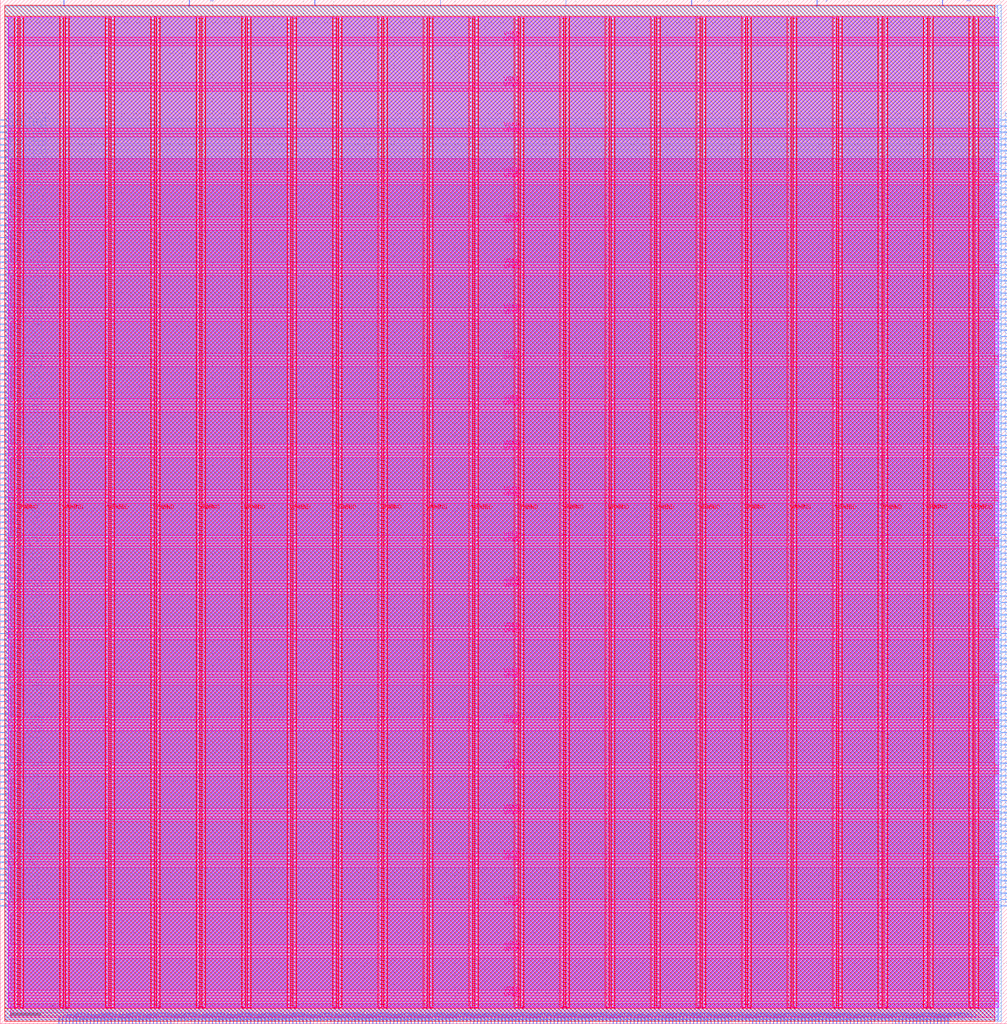
<source format=lef>
VERSION 5.7 ;
  NOWIREEXTENSIONATPIN ON ;
  DIVIDERCHAR "/" ;
  BUSBITCHARS "[]" ;
MACRO aes_core
  CLASS BLOCK ;
  FOREIGN aes_core ;
  ORIGIN 0.000 0.000 ;
  SIZE 664.435 BY 675.155 ;
  PIN VGND
    DIRECTION INOUT ;
    USE GROUND ;
    PORT
      LAYER met4 ;
        RECT 13.220 10.640 15.220 663.920 ;
    END
    PORT
      LAYER met4 ;
        RECT 43.220 10.640 45.220 663.920 ;
    END
    PORT
      LAYER met4 ;
        RECT 73.220 10.640 75.220 663.920 ;
    END
    PORT
      LAYER met4 ;
        RECT 103.220 10.640 105.220 663.920 ;
    END
    PORT
      LAYER met4 ;
        RECT 133.220 10.640 135.220 663.920 ;
    END
    PORT
      LAYER met4 ;
        RECT 163.220 10.640 165.220 663.920 ;
    END
    PORT
      LAYER met4 ;
        RECT 193.220 10.640 195.220 663.920 ;
    END
    PORT
      LAYER met4 ;
        RECT 223.220 10.640 225.220 663.920 ;
    END
    PORT
      LAYER met4 ;
        RECT 253.220 10.640 255.220 663.920 ;
    END
    PORT
      LAYER met4 ;
        RECT 283.220 10.640 285.220 663.920 ;
    END
    PORT
      LAYER met4 ;
        RECT 313.220 10.640 315.220 663.920 ;
    END
    PORT
      LAYER met4 ;
        RECT 343.220 10.640 345.220 663.920 ;
    END
    PORT
      LAYER met4 ;
        RECT 373.220 10.640 375.220 663.920 ;
    END
    PORT
      LAYER met4 ;
        RECT 403.220 10.640 405.220 663.920 ;
    END
    PORT
      LAYER met4 ;
        RECT 433.220 10.640 435.220 663.920 ;
    END
    PORT
      LAYER met4 ;
        RECT 463.220 10.640 465.220 663.920 ;
    END
    PORT
      LAYER met4 ;
        RECT 493.220 10.640 495.220 663.920 ;
    END
    PORT
      LAYER met4 ;
        RECT 523.220 10.640 525.220 663.920 ;
    END
    PORT
      LAYER met4 ;
        RECT 553.220 10.640 555.220 663.920 ;
    END
    PORT
      LAYER met4 ;
        RECT 583.220 10.640 585.220 663.920 ;
    END
    PORT
      LAYER met4 ;
        RECT 613.220 10.640 615.220 663.920 ;
    END
    PORT
      LAYER met4 ;
        RECT 643.220 10.640 645.220 663.920 ;
    END
    PORT
      LAYER met5 ;
        RECT 5.280 18.580 658.960 20.580 ;
    END
    PORT
      LAYER met5 ;
        RECT 5.280 48.580 658.960 50.580 ;
    END
    PORT
      LAYER met5 ;
        RECT 5.280 78.580 658.960 80.580 ;
    END
    PORT
      LAYER met5 ;
        RECT 5.280 108.580 658.960 110.580 ;
    END
    PORT
      LAYER met5 ;
        RECT 5.280 138.580 658.960 140.580 ;
    END
    PORT
      LAYER met5 ;
        RECT 5.280 168.580 658.960 170.580 ;
    END
    PORT
      LAYER met5 ;
        RECT 5.280 198.580 658.960 200.580 ;
    END
    PORT
      LAYER met5 ;
        RECT 5.280 228.580 658.960 230.580 ;
    END
    PORT
      LAYER met5 ;
        RECT 5.280 258.580 658.960 260.580 ;
    END
    PORT
      LAYER met5 ;
        RECT 5.280 288.580 658.960 290.580 ;
    END
    PORT
      LAYER met5 ;
        RECT 5.280 318.580 658.960 320.580 ;
    END
    PORT
      LAYER met5 ;
        RECT 5.280 348.580 658.960 350.580 ;
    END
    PORT
      LAYER met5 ;
        RECT 5.280 378.580 658.960 380.580 ;
    END
    PORT
      LAYER met5 ;
        RECT 5.280 408.580 658.960 410.580 ;
    END
    PORT
      LAYER met5 ;
        RECT 5.280 438.580 658.960 440.580 ;
    END
    PORT
      LAYER met5 ;
        RECT 5.280 468.580 658.960 470.580 ;
    END
    PORT
      LAYER met5 ;
        RECT 5.280 498.580 658.960 500.580 ;
    END
    PORT
      LAYER met5 ;
        RECT 5.280 528.580 658.960 530.580 ;
    END
    PORT
      LAYER met5 ;
        RECT 5.280 558.580 658.960 560.580 ;
    END
    PORT
      LAYER met5 ;
        RECT 5.280 588.580 658.960 590.580 ;
    END
    PORT
      LAYER met5 ;
        RECT 5.280 618.580 658.960 620.580 ;
    END
    PORT
      LAYER met5 ;
        RECT 5.280 648.580 658.960 650.580 ;
    END
  END VGND
  PIN VPWR
    DIRECTION INOUT ;
    USE POWER ;
    PORT
      LAYER met4 ;
        RECT 9.520 10.640 11.520 663.920 ;
    END
    PORT
      LAYER met4 ;
        RECT 39.520 10.640 41.520 663.920 ;
    END
    PORT
      LAYER met4 ;
        RECT 69.520 10.640 71.520 663.920 ;
    END
    PORT
      LAYER met4 ;
        RECT 99.520 10.640 101.520 663.920 ;
    END
    PORT
      LAYER met4 ;
        RECT 129.520 10.640 131.520 663.920 ;
    END
    PORT
      LAYER met4 ;
        RECT 159.520 10.640 161.520 663.920 ;
    END
    PORT
      LAYER met4 ;
        RECT 189.520 10.640 191.520 663.920 ;
    END
    PORT
      LAYER met4 ;
        RECT 219.520 10.640 221.520 663.920 ;
    END
    PORT
      LAYER met4 ;
        RECT 249.520 10.640 251.520 663.920 ;
    END
    PORT
      LAYER met4 ;
        RECT 279.520 10.640 281.520 663.920 ;
    END
    PORT
      LAYER met4 ;
        RECT 309.520 10.640 311.520 663.920 ;
    END
    PORT
      LAYER met4 ;
        RECT 339.520 10.640 341.520 663.920 ;
    END
    PORT
      LAYER met4 ;
        RECT 369.520 10.640 371.520 663.920 ;
    END
    PORT
      LAYER met4 ;
        RECT 399.520 10.640 401.520 663.920 ;
    END
    PORT
      LAYER met4 ;
        RECT 429.520 10.640 431.520 663.920 ;
    END
    PORT
      LAYER met4 ;
        RECT 459.520 10.640 461.520 663.920 ;
    END
    PORT
      LAYER met4 ;
        RECT 489.520 10.640 491.520 663.920 ;
    END
    PORT
      LAYER met4 ;
        RECT 519.520 10.640 521.520 663.920 ;
    END
    PORT
      LAYER met4 ;
        RECT 549.520 10.640 551.520 663.920 ;
    END
    PORT
      LAYER met4 ;
        RECT 579.520 10.640 581.520 663.920 ;
    END
    PORT
      LAYER met4 ;
        RECT 609.520 10.640 611.520 663.920 ;
    END
    PORT
      LAYER met4 ;
        RECT 639.520 10.640 641.520 663.920 ;
    END
    PORT
      LAYER met5 ;
        RECT 5.280 14.880 658.960 16.880 ;
    END
    PORT
      LAYER met5 ;
        RECT 5.280 44.880 658.960 46.880 ;
    END
    PORT
      LAYER met5 ;
        RECT 5.280 74.880 658.960 76.880 ;
    END
    PORT
      LAYER met5 ;
        RECT 5.280 104.880 658.960 106.880 ;
    END
    PORT
      LAYER met5 ;
        RECT 5.280 134.880 658.960 136.880 ;
    END
    PORT
      LAYER met5 ;
        RECT 5.280 164.880 658.960 166.880 ;
    END
    PORT
      LAYER met5 ;
        RECT 5.280 194.880 658.960 196.880 ;
    END
    PORT
      LAYER met5 ;
        RECT 5.280 224.880 658.960 226.880 ;
    END
    PORT
      LAYER met5 ;
        RECT 5.280 254.880 658.960 256.880 ;
    END
    PORT
      LAYER met5 ;
        RECT 5.280 284.880 658.960 286.880 ;
    END
    PORT
      LAYER met5 ;
        RECT 5.280 314.880 658.960 316.880 ;
    END
    PORT
      LAYER met5 ;
        RECT 5.280 344.880 658.960 346.880 ;
    END
    PORT
      LAYER met5 ;
        RECT 5.280 374.880 658.960 376.880 ;
    END
    PORT
      LAYER met5 ;
        RECT 5.280 404.880 658.960 406.880 ;
    END
    PORT
      LAYER met5 ;
        RECT 5.280 434.880 658.960 436.880 ;
    END
    PORT
      LAYER met5 ;
        RECT 5.280 464.880 658.960 466.880 ;
    END
    PORT
      LAYER met5 ;
        RECT 5.280 494.880 658.960 496.880 ;
    END
    PORT
      LAYER met5 ;
        RECT 5.280 524.880 658.960 526.880 ;
    END
    PORT
      LAYER met5 ;
        RECT 5.280 554.880 658.960 556.880 ;
    END
    PORT
      LAYER met5 ;
        RECT 5.280 584.880 658.960 586.880 ;
    END
    PORT
      LAYER met5 ;
        RECT 5.280 614.880 658.960 616.880 ;
    END
    PORT
      LAYER met5 ;
        RECT 5.280 644.880 658.960 646.880 ;
    END
  END VPWR
  PIN block[0]
    DIRECTION INPUT ;
    USE SIGNAL ;
    ANTENNAGATEAREA 0.247500 ;
    PORT
      LAYER met3 ;
        RECT 660.435 77.560 664.435 78.160 ;
    END
  END block[0]
  PIN block[100]
    DIRECTION INPUT ;
    USE SIGNAL ;
    ANTENNAGATEAREA 0.213000 ;
    PORT
      LAYER met3 ;
        RECT 660.435 485.560 664.435 486.160 ;
    END
  END block[100]
  PIN block[101]
    DIRECTION INPUT ;
    USE SIGNAL ;
    ANTENNAGATEAREA 0.213000 ;
    PORT
      LAYER met3 ;
        RECT 660.435 489.640 664.435 490.240 ;
    END
  END block[101]
  PIN block[102]
    DIRECTION INPUT ;
    USE SIGNAL ;
    ANTENNAGATEAREA 0.213000 ;
    PORT
      LAYER met3 ;
        RECT 660.435 493.720 664.435 494.320 ;
    END
  END block[102]
  PIN block[103]
    DIRECTION INPUT ;
    USE SIGNAL ;
    ANTENNAGATEAREA 0.159000 ;
    PORT
      LAYER met3 ;
        RECT 660.435 497.800 664.435 498.400 ;
    END
  END block[103]
  PIN block[104]
    DIRECTION INPUT ;
    USE SIGNAL ;
    ANTENNAGATEAREA 0.213000 ;
    PORT
      LAYER met3 ;
        RECT 660.435 501.880 664.435 502.480 ;
    END
  END block[104]
  PIN block[105]
    DIRECTION INPUT ;
    USE SIGNAL ;
    ANTENNAGATEAREA 0.213000 ;
    PORT
      LAYER met3 ;
        RECT 660.435 505.960 664.435 506.560 ;
    END
  END block[105]
  PIN block[106]
    DIRECTION INPUT ;
    USE SIGNAL ;
    ANTENNAGATEAREA 0.213000 ;
    PORT
      LAYER met3 ;
        RECT 660.435 510.040 664.435 510.640 ;
    END
  END block[106]
  PIN block[107]
    DIRECTION INPUT ;
    USE SIGNAL ;
    ANTENNAGATEAREA 0.213000 ;
    PORT
      LAYER met3 ;
        RECT 660.435 514.120 664.435 514.720 ;
    END
  END block[107]
  PIN block[108]
    DIRECTION INPUT ;
    USE SIGNAL ;
    ANTENNAGATEAREA 0.213000 ;
    PORT
      LAYER met3 ;
        RECT 660.435 518.200 664.435 518.800 ;
    END
  END block[108]
  PIN block[109]
    DIRECTION INPUT ;
    USE SIGNAL ;
    ANTENNAGATEAREA 0.213000 ;
    PORT
      LAYER met3 ;
        RECT 660.435 522.280 664.435 522.880 ;
    END
  END block[109]
  PIN block[10]
    DIRECTION INPUT ;
    USE SIGNAL ;
    ANTENNAGATEAREA 0.213000 ;
    PORT
      LAYER met3 ;
        RECT 660.435 118.360 664.435 118.960 ;
    END
  END block[10]
  PIN block[110]
    DIRECTION INPUT ;
    USE SIGNAL ;
    ANTENNAGATEAREA 0.159000 ;
    PORT
      LAYER met3 ;
        RECT 660.435 526.360 664.435 526.960 ;
    END
  END block[110]
  PIN block[111]
    DIRECTION INPUT ;
    USE SIGNAL ;
    ANTENNAGATEAREA 0.213000 ;
    PORT
      LAYER met3 ;
        RECT 660.435 530.440 664.435 531.040 ;
    END
  END block[111]
  PIN block[112]
    DIRECTION INPUT ;
    USE SIGNAL ;
    ANTENNAGATEAREA 0.159000 ;
    PORT
      LAYER met3 ;
        RECT 660.435 534.520 664.435 535.120 ;
    END
  END block[112]
  PIN block[113]
    DIRECTION INPUT ;
    USE SIGNAL ;
    ANTENNAGATEAREA 0.213000 ;
    PORT
      LAYER met3 ;
        RECT 660.435 538.600 664.435 539.200 ;
    END
  END block[113]
  PIN block[114]
    DIRECTION INPUT ;
    USE SIGNAL ;
    ANTENNAGATEAREA 0.213000 ;
    PORT
      LAYER met3 ;
        RECT 660.435 542.680 664.435 543.280 ;
    END
  END block[114]
  PIN block[115]
    DIRECTION INPUT ;
    USE SIGNAL ;
    ANTENNAGATEAREA 0.213000 ;
    PORT
      LAYER met3 ;
        RECT 660.435 546.760 664.435 547.360 ;
    END
  END block[115]
  PIN block[116]
    DIRECTION INPUT ;
    USE SIGNAL ;
    ANTENNAGATEAREA 0.213000 ;
    PORT
      LAYER met3 ;
        RECT 660.435 550.840 664.435 551.440 ;
    END
  END block[116]
  PIN block[117]
    DIRECTION INPUT ;
    USE SIGNAL ;
    ANTENNAGATEAREA 0.247500 ;
    PORT
      LAYER met3 ;
        RECT 660.435 554.920 664.435 555.520 ;
    END
  END block[117]
  PIN block[118]
    DIRECTION INPUT ;
    USE SIGNAL ;
    ANTENNAGATEAREA 0.213000 ;
    PORT
      LAYER met3 ;
        RECT 660.435 559.000 664.435 559.600 ;
    END
  END block[118]
  PIN block[119]
    DIRECTION INPUT ;
    USE SIGNAL ;
    ANTENNAGATEAREA 0.213000 ;
    PORT
      LAYER met3 ;
        RECT 660.435 563.080 664.435 563.680 ;
    END
  END block[119]
  PIN block[11]
    DIRECTION INPUT ;
    USE SIGNAL ;
    ANTENNAGATEAREA 0.247500 ;
    PORT
      LAYER met3 ;
        RECT 660.435 122.440 664.435 123.040 ;
    END
  END block[11]
  PIN block[120]
    DIRECTION INPUT ;
    USE SIGNAL ;
    ANTENNAGATEAREA 0.213000 ;
    PORT
      LAYER met3 ;
        RECT 660.435 567.160 664.435 567.760 ;
    END
  END block[120]
  PIN block[121]
    DIRECTION INPUT ;
    USE SIGNAL ;
    ANTENNAGATEAREA 0.213000 ;
    PORT
      LAYER met3 ;
        RECT 660.435 571.240 664.435 571.840 ;
    END
  END block[121]
  PIN block[122]
    DIRECTION INPUT ;
    USE SIGNAL ;
    ANTENNAGATEAREA 0.213000 ;
    PORT
      LAYER met3 ;
        RECT 660.435 575.320 664.435 575.920 ;
    END
  END block[122]
  PIN block[123]
    DIRECTION INPUT ;
    USE SIGNAL ;
    ANTENNAGATEAREA 0.213000 ;
    PORT
      LAYER met3 ;
        RECT 660.435 579.400 664.435 580.000 ;
    END
  END block[123]
  PIN block[124]
    DIRECTION INPUT ;
    USE SIGNAL ;
    ANTENNAGATEAREA 0.213000 ;
    PORT
      LAYER met3 ;
        RECT 660.435 583.480 664.435 584.080 ;
    END
  END block[124]
  PIN block[125]
    DIRECTION INPUT ;
    USE SIGNAL ;
    ANTENNAGATEAREA 0.213000 ;
    PORT
      LAYER met3 ;
        RECT 660.435 587.560 664.435 588.160 ;
    END
  END block[125]
  PIN block[126]
    DIRECTION INPUT ;
    USE SIGNAL ;
    ANTENNAGATEAREA 0.213000 ;
    PORT
      LAYER met3 ;
        RECT 660.435 591.640 664.435 592.240 ;
    END
  END block[126]
  PIN block[127]
    DIRECTION INPUT ;
    USE SIGNAL ;
    ANTENNAGATEAREA 0.213000 ;
    PORT
      LAYER met3 ;
        RECT 660.435 595.720 664.435 596.320 ;
    END
  END block[127]
  PIN block[12]
    DIRECTION INPUT ;
    USE SIGNAL ;
    ANTENNAGATEAREA 0.247500 ;
    PORT
      LAYER met3 ;
        RECT 660.435 126.520 664.435 127.120 ;
    END
  END block[12]
  PIN block[13]
    DIRECTION INPUT ;
    USE SIGNAL ;
    ANTENNAGATEAREA 0.247500 ;
    PORT
      LAYER met3 ;
        RECT 660.435 130.600 664.435 131.200 ;
    END
  END block[13]
  PIN block[14]
    DIRECTION INPUT ;
    USE SIGNAL ;
    ANTENNAGATEAREA 0.247500 ;
    PORT
      LAYER met3 ;
        RECT 660.435 134.680 664.435 135.280 ;
    END
  END block[14]
  PIN block[15]
    DIRECTION INPUT ;
    USE SIGNAL ;
    ANTENNAGATEAREA 0.247500 ;
    PORT
      LAYER met3 ;
        RECT 660.435 138.760 664.435 139.360 ;
    END
  END block[15]
  PIN block[16]
    DIRECTION INPUT ;
    USE SIGNAL ;
    ANTENNAGATEAREA 0.213000 ;
    PORT
      LAYER met3 ;
        RECT 660.435 142.840 664.435 143.440 ;
    END
  END block[16]
  PIN block[17]
    DIRECTION INPUT ;
    USE SIGNAL ;
    ANTENNAGATEAREA 0.213000 ;
    PORT
      LAYER met3 ;
        RECT 660.435 146.920 664.435 147.520 ;
    END
  END block[17]
  PIN block[18]
    DIRECTION INPUT ;
    USE SIGNAL ;
    ANTENNAGATEAREA 0.213000 ;
    PORT
      LAYER met3 ;
        RECT 660.435 151.000 664.435 151.600 ;
    END
  END block[18]
  PIN block[19]
    DIRECTION INPUT ;
    USE SIGNAL ;
    ANTENNAGATEAREA 0.247500 ;
    PORT
      LAYER met3 ;
        RECT 660.435 155.080 664.435 155.680 ;
    END
  END block[19]
  PIN block[1]
    DIRECTION INPUT ;
    USE SIGNAL ;
    ANTENNAGATEAREA 0.247500 ;
    PORT
      LAYER met3 ;
        RECT 660.435 81.640 664.435 82.240 ;
    END
  END block[1]
  PIN block[20]
    DIRECTION INPUT ;
    USE SIGNAL ;
    ANTENNAGATEAREA 0.247500 ;
    PORT
      LAYER met3 ;
        RECT 660.435 159.160 664.435 159.760 ;
    END
  END block[20]
  PIN block[21]
    DIRECTION INPUT ;
    USE SIGNAL ;
    ANTENNAGATEAREA 0.247500 ;
    PORT
      LAYER met3 ;
        RECT 660.435 163.240 664.435 163.840 ;
    END
  END block[21]
  PIN block[22]
    DIRECTION INPUT ;
    USE SIGNAL ;
    ANTENNAGATEAREA 0.247500 ;
    PORT
      LAYER met3 ;
        RECT 660.435 167.320 664.435 167.920 ;
    END
  END block[22]
  PIN block[23]
    DIRECTION INPUT ;
    USE SIGNAL ;
    ANTENNAGATEAREA 0.213000 ;
    PORT
      LAYER met3 ;
        RECT 660.435 171.400 664.435 172.000 ;
    END
  END block[23]
  PIN block[24]
    DIRECTION INPUT ;
    USE SIGNAL ;
    ANTENNAGATEAREA 0.213000 ;
    PORT
      LAYER met3 ;
        RECT 660.435 175.480 664.435 176.080 ;
    END
  END block[24]
  PIN block[25]
    DIRECTION INPUT ;
    USE SIGNAL ;
    ANTENNAGATEAREA 0.213000 ;
    PORT
      LAYER met3 ;
        RECT 660.435 179.560 664.435 180.160 ;
    END
  END block[25]
  PIN block[26]
    DIRECTION INPUT ;
    USE SIGNAL ;
    ANTENNAGATEAREA 0.213000 ;
    PORT
      LAYER met3 ;
        RECT 660.435 183.640 664.435 184.240 ;
    END
  END block[26]
  PIN block[27]
    DIRECTION INPUT ;
    USE SIGNAL ;
    ANTENNAGATEAREA 0.247500 ;
    PORT
      LAYER met3 ;
        RECT 660.435 187.720 664.435 188.320 ;
    END
  END block[27]
  PIN block[28]
    DIRECTION INPUT ;
    USE SIGNAL ;
    ANTENNAGATEAREA 0.247500 ;
    PORT
      LAYER met3 ;
        RECT 660.435 191.800 664.435 192.400 ;
    END
  END block[28]
  PIN block[29]
    DIRECTION INPUT ;
    USE SIGNAL ;
    ANTENNAGATEAREA 0.247500 ;
    PORT
      LAYER met3 ;
        RECT 660.435 195.880 664.435 196.480 ;
    END
  END block[29]
  PIN block[2]
    DIRECTION INPUT ;
    USE SIGNAL ;
    ANTENNAGATEAREA 0.247500 ;
    PORT
      LAYER met3 ;
        RECT 660.435 85.720 664.435 86.320 ;
    END
  END block[2]
  PIN block[30]
    DIRECTION INPUT ;
    USE SIGNAL ;
    ANTENNAGATEAREA 0.213000 ;
    PORT
      LAYER met3 ;
        RECT 660.435 199.960 664.435 200.560 ;
    END
  END block[30]
  PIN block[31]
    DIRECTION INPUT ;
    USE SIGNAL ;
    ANTENNAGATEAREA 0.213000 ;
    PORT
      LAYER met3 ;
        RECT 660.435 204.040 664.435 204.640 ;
    END
  END block[31]
  PIN block[32]
    DIRECTION INPUT ;
    USE SIGNAL ;
    ANTENNAGATEAREA 0.213000 ;
    PORT
      LAYER met3 ;
        RECT 660.435 208.120 664.435 208.720 ;
    END
  END block[32]
  PIN block[33]
    DIRECTION INPUT ;
    USE SIGNAL ;
    ANTENNAGATEAREA 0.213000 ;
    PORT
      LAYER met3 ;
        RECT 660.435 212.200 664.435 212.800 ;
    END
  END block[33]
  PIN block[34]
    DIRECTION INPUT ;
    USE SIGNAL ;
    ANTENNAGATEAREA 0.213000 ;
    PORT
      LAYER met3 ;
        RECT 660.435 216.280 664.435 216.880 ;
    END
  END block[34]
  PIN block[35]
    DIRECTION INPUT ;
    USE SIGNAL ;
    ANTENNAGATEAREA 0.213000 ;
    PORT
      LAYER met3 ;
        RECT 660.435 220.360 664.435 220.960 ;
    END
  END block[35]
  PIN block[36]
    DIRECTION INPUT ;
    USE SIGNAL ;
    ANTENNAGATEAREA 0.213000 ;
    PORT
      LAYER met3 ;
        RECT 660.435 224.440 664.435 225.040 ;
    END
  END block[36]
  PIN block[37]
    DIRECTION INPUT ;
    USE SIGNAL ;
    ANTENNAGATEAREA 0.247500 ;
    PORT
      LAYER met3 ;
        RECT 660.435 228.520 664.435 229.120 ;
    END
  END block[37]
  PIN block[38]
    DIRECTION INPUT ;
    USE SIGNAL ;
    ANTENNAGATEAREA 0.213000 ;
    PORT
      LAYER met3 ;
        RECT 660.435 232.600 664.435 233.200 ;
    END
  END block[38]
  PIN block[39]
    DIRECTION INPUT ;
    USE SIGNAL ;
    ANTENNAGATEAREA 0.159000 ;
    PORT
      LAYER met3 ;
        RECT 660.435 236.680 664.435 237.280 ;
    END
  END block[39]
  PIN block[3]
    DIRECTION INPUT ;
    USE SIGNAL ;
    ANTENNAGATEAREA 0.247500 ;
    PORT
      LAYER met3 ;
        RECT 660.435 89.800 664.435 90.400 ;
    END
  END block[3]
  PIN block[40]
    DIRECTION INPUT ;
    USE SIGNAL ;
    ANTENNAGATEAREA 0.159000 ;
    PORT
      LAYER met3 ;
        RECT 660.435 240.760 664.435 241.360 ;
    END
  END block[40]
  PIN block[41]
    DIRECTION INPUT ;
    USE SIGNAL ;
    ANTENNAGATEAREA 0.213000 ;
    PORT
      LAYER met3 ;
        RECT 660.435 244.840 664.435 245.440 ;
    END
  END block[41]
  PIN block[42]
    DIRECTION INPUT ;
    USE SIGNAL ;
    ANTENNAGATEAREA 0.213000 ;
    PORT
      LAYER met3 ;
        RECT 660.435 248.920 664.435 249.520 ;
    END
  END block[42]
  PIN block[43]
    DIRECTION INPUT ;
    USE SIGNAL ;
    ANTENNAGATEAREA 0.159000 ;
    PORT
      LAYER met3 ;
        RECT 660.435 253.000 664.435 253.600 ;
    END
  END block[43]
  PIN block[44]
    DIRECTION INPUT ;
    USE SIGNAL ;
    ANTENNAGATEAREA 0.213000 ;
    PORT
      LAYER met3 ;
        RECT 660.435 257.080 664.435 257.680 ;
    END
  END block[44]
  PIN block[45]
    DIRECTION INPUT ;
    USE SIGNAL ;
    ANTENNAGATEAREA 0.213000 ;
    PORT
      LAYER met3 ;
        RECT 660.435 261.160 664.435 261.760 ;
    END
  END block[45]
  PIN block[46]
    DIRECTION INPUT ;
    USE SIGNAL ;
    ANTENNAGATEAREA 0.213000 ;
    PORT
      LAYER met3 ;
        RECT 660.435 265.240 664.435 265.840 ;
    END
  END block[46]
  PIN block[47]
    DIRECTION INPUT ;
    USE SIGNAL ;
    ANTENNAGATEAREA 0.213000 ;
    PORT
      LAYER met3 ;
        RECT 660.435 269.320 664.435 269.920 ;
    END
  END block[47]
  PIN block[48]
    DIRECTION INPUT ;
    USE SIGNAL ;
    ANTENNAGATEAREA 0.159000 ;
    PORT
      LAYER met3 ;
        RECT 660.435 273.400 664.435 274.000 ;
    END
  END block[48]
  PIN block[49]
    DIRECTION INPUT ;
    USE SIGNAL ;
    ANTENNAGATEAREA 0.213000 ;
    PORT
      LAYER met3 ;
        RECT 660.435 277.480 664.435 278.080 ;
    END
  END block[49]
  PIN block[4]
    DIRECTION INPUT ;
    USE SIGNAL ;
    ANTENNAGATEAREA 0.247500 ;
    PORT
      LAYER met3 ;
        RECT 660.435 93.880 664.435 94.480 ;
    END
  END block[4]
  PIN block[50]
    DIRECTION INPUT ;
    USE SIGNAL ;
    ANTENNAGATEAREA 0.159000 ;
    PORT
      LAYER met3 ;
        RECT 660.435 281.560 664.435 282.160 ;
    END
  END block[50]
  PIN block[51]
    DIRECTION INPUT ;
    USE SIGNAL ;
    ANTENNAGATEAREA 0.159000 ;
    PORT
      LAYER met3 ;
        RECT 660.435 285.640 664.435 286.240 ;
    END
  END block[51]
  PIN block[52]
    DIRECTION INPUT ;
    USE SIGNAL ;
    ANTENNAGATEAREA 0.213000 ;
    PORT
      LAYER met3 ;
        RECT 660.435 289.720 664.435 290.320 ;
    END
  END block[52]
  PIN block[53]
    DIRECTION INPUT ;
    USE SIGNAL ;
    ANTENNAGATEAREA 0.213000 ;
    PORT
      LAYER met3 ;
        RECT 660.435 293.800 664.435 294.400 ;
    END
  END block[53]
  PIN block[54]
    DIRECTION INPUT ;
    USE SIGNAL ;
    ANTENNAGATEAREA 0.213000 ;
    PORT
      LAYER met3 ;
        RECT 660.435 297.880 664.435 298.480 ;
    END
  END block[54]
  PIN block[55]
    DIRECTION INPUT ;
    USE SIGNAL ;
    ANTENNAGATEAREA 0.159000 ;
    PORT
      LAYER met3 ;
        RECT 660.435 301.960 664.435 302.560 ;
    END
  END block[55]
  PIN block[56]
    DIRECTION INPUT ;
    USE SIGNAL ;
    ANTENNAGATEAREA 0.159000 ;
    PORT
      LAYER met3 ;
        RECT 660.435 306.040 664.435 306.640 ;
    END
  END block[56]
  PIN block[57]
    DIRECTION INPUT ;
    USE SIGNAL ;
    ANTENNAGATEAREA 0.159000 ;
    PORT
      LAYER met3 ;
        RECT 660.435 310.120 664.435 310.720 ;
    END
  END block[57]
  PIN block[58]
    DIRECTION INPUT ;
    USE SIGNAL ;
    ANTENNAGATEAREA 0.159000 ;
    PORT
      LAYER met3 ;
        RECT 660.435 314.200 664.435 314.800 ;
    END
  END block[58]
  PIN block[59]
    DIRECTION INPUT ;
    USE SIGNAL ;
    ANTENNAGATEAREA 0.213000 ;
    PORT
      LAYER met3 ;
        RECT 660.435 318.280 664.435 318.880 ;
    END
  END block[59]
  PIN block[5]
    DIRECTION INPUT ;
    USE SIGNAL ;
    ANTENNAGATEAREA 0.247500 ;
    PORT
      LAYER met3 ;
        RECT 660.435 97.960 664.435 98.560 ;
    END
  END block[5]
  PIN block[60]
    DIRECTION INPUT ;
    USE SIGNAL ;
    ANTENNAGATEAREA 0.213000 ;
    PORT
      LAYER met3 ;
        RECT 660.435 322.360 664.435 322.960 ;
    END
  END block[60]
  PIN block[61]
    DIRECTION INPUT ;
    USE SIGNAL ;
    ANTENNAGATEAREA 0.213000 ;
    PORT
      LAYER met3 ;
        RECT 660.435 326.440 664.435 327.040 ;
    END
  END block[61]
  PIN block[62]
    DIRECTION INPUT ;
    USE SIGNAL ;
    ANTENNAGATEAREA 0.159000 ;
    PORT
      LAYER met3 ;
        RECT 660.435 330.520 664.435 331.120 ;
    END
  END block[62]
  PIN block[63]
    DIRECTION INPUT ;
    USE SIGNAL ;
    ANTENNAGATEAREA 0.159000 ;
    PORT
      LAYER met3 ;
        RECT 660.435 334.600 664.435 335.200 ;
    END
  END block[63]
  PIN block[64]
    DIRECTION INPUT ;
    USE SIGNAL ;
    ANTENNAGATEAREA 0.213000 ;
    PORT
      LAYER met3 ;
        RECT 660.435 338.680 664.435 339.280 ;
    END
  END block[64]
  PIN block[65]
    DIRECTION INPUT ;
    USE SIGNAL ;
    ANTENNAGATEAREA 0.213000 ;
    PORT
      LAYER met3 ;
        RECT 660.435 342.760 664.435 343.360 ;
    END
  END block[65]
  PIN block[66]
    DIRECTION INPUT ;
    USE SIGNAL ;
    ANTENNAGATEAREA 0.159000 ;
    PORT
      LAYER met3 ;
        RECT 660.435 346.840 664.435 347.440 ;
    END
  END block[66]
  PIN block[67]
    DIRECTION INPUT ;
    USE SIGNAL ;
    ANTENNAGATEAREA 0.213000 ;
    PORT
      LAYER met3 ;
        RECT 660.435 350.920 664.435 351.520 ;
    END
  END block[67]
  PIN block[68]
    DIRECTION INPUT ;
    USE SIGNAL ;
    ANTENNAGATEAREA 0.213000 ;
    PORT
      LAYER met3 ;
        RECT 660.435 355.000 664.435 355.600 ;
    END
  END block[68]
  PIN block[69]
    DIRECTION INPUT ;
    USE SIGNAL ;
    ANTENNAGATEAREA 0.213000 ;
    PORT
      LAYER met3 ;
        RECT 660.435 359.080 664.435 359.680 ;
    END
  END block[69]
  PIN block[6]
    DIRECTION INPUT ;
    USE SIGNAL ;
    ANTENNAGATEAREA 0.247500 ;
    PORT
      LAYER met3 ;
        RECT 660.435 102.040 664.435 102.640 ;
    END
  END block[6]
  PIN block[70]
    DIRECTION INPUT ;
    USE SIGNAL ;
    ANTENNAGATEAREA 0.213000 ;
    PORT
      LAYER met3 ;
        RECT 660.435 363.160 664.435 363.760 ;
    END
  END block[70]
  PIN block[71]
    DIRECTION INPUT ;
    USE SIGNAL ;
    ANTENNAGATEAREA 0.213000 ;
    PORT
      LAYER met3 ;
        RECT 660.435 367.240 664.435 367.840 ;
    END
  END block[71]
  PIN block[72]
    DIRECTION INPUT ;
    USE SIGNAL ;
    ANTENNAGATEAREA 0.213000 ;
    PORT
      LAYER met3 ;
        RECT 660.435 371.320 664.435 371.920 ;
    END
  END block[72]
  PIN block[73]
    DIRECTION INPUT ;
    USE SIGNAL ;
    ANTENNAGATEAREA 0.213000 ;
    PORT
      LAYER met3 ;
        RECT 660.435 375.400 664.435 376.000 ;
    END
  END block[73]
  PIN block[74]
    DIRECTION INPUT ;
    USE SIGNAL ;
    ANTENNAGATEAREA 0.213000 ;
    PORT
      LAYER met3 ;
        RECT 660.435 379.480 664.435 380.080 ;
    END
  END block[74]
  PIN block[75]
    DIRECTION INPUT ;
    USE SIGNAL ;
    ANTENNAGATEAREA 0.247500 ;
    PORT
      LAYER met3 ;
        RECT 660.435 383.560 664.435 384.160 ;
    END
  END block[75]
  PIN block[76]
    DIRECTION INPUT ;
    USE SIGNAL ;
    ANTENNAGATEAREA 0.213000 ;
    PORT
      LAYER met3 ;
        RECT 660.435 387.640 664.435 388.240 ;
    END
  END block[76]
  PIN block[77]
    DIRECTION INPUT ;
    USE SIGNAL ;
    ANTENNAGATEAREA 0.213000 ;
    PORT
      LAYER met3 ;
        RECT 660.435 391.720 664.435 392.320 ;
    END
  END block[77]
  PIN block[78]
    DIRECTION INPUT ;
    USE SIGNAL ;
    ANTENNAGATEAREA 0.159000 ;
    PORT
      LAYER met3 ;
        RECT 660.435 395.800 664.435 396.400 ;
    END
  END block[78]
  PIN block[79]
    DIRECTION INPUT ;
    USE SIGNAL ;
    ANTENNAGATEAREA 0.159000 ;
    PORT
      LAYER met3 ;
        RECT 660.435 399.880 664.435 400.480 ;
    END
  END block[79]
  PIN block[7]
    DIRECTION INPUT ;
    USE SIGNAL ;
    ANTENNAGATEAREA 0.213000 ;
    PORT
      LAYER met3 ;
        RECT 660.435 106.120 664.435 106.720 ;
    END
  END block[7]
  PIN block[80]
    DIRECTION INPUT ;
    USE SIGNAL ;
    ANTENNAGATEAREA 0.159000 ;
    PORT
      LAYER met3 ;
        RECT 660.435 403.960 664.435 404.560 ;
    END
  END block[80]
  PIN block[81]
    DIRECTION INPUT ;
    USE SIGNAL ;
    ANTENNAGATEAREA 0.213000 ;
    PORT
      LAYER met3 ;
        RECT 660.435 408.040 664.435 408.640 ;
    END
  END block[81]
  PIN block[82]
    DIRECTION INPUT ;
    USE SIGNAL ;
    ANTENNAGATEAREA 0.159000 ;
    PORT
      LAYER met3 ;
        RECT 660.435 412.120 664.435 412.720 ;
    END
  END block[82]
  PIN block[83]
    DIRECTION INPUT ;
    USE SIGNAL ;
    ANTENNAGATEAREA 0.159000 ;
    PORT
      LAYER met3 ;
        RECT 660.435 416.200 664.435 416.800 ;
    END
  END block[83]
  PIN block[84]
    DIRECTION INPUT ;
    USE SIGNAL ;
    ANTENNAGATEAREA 0.159000 ;
    PORT
      LAYER met3 ;
        RECT 660.435 420.280 664.435 420.880 ;
    END
  END block[84]
  PIN block[85]
    DIRECTION INPUT ;
    USE SIGNAL ;
    ANTENNAGATEAREA 0.213000 ;
    PORT
      LAYER met3 ;
        RECT 660.435 424.360 664.435 424.960 ;
    END
  END block[85]
  PIN block[86]
    DIRECTION INPUT ;
    USE SIGNAL ;
    ANTENNAGATEAREA 0.213000 ;
    PORT
      LAYER met3 ;
        RECT 660.435 428.440 664.435 429.040 ;
    END
  END block[86]
  PIN block[87]
    DIRECTION INPUT ;
    USE SIGNAL ;
    ANTENNAGATEAREA 0.159000 ;
    PORT
      LAYER met3 ;
        RECT 660.435 432.520 664.435 433.120 ;
    END
  END block[87]
  PIN block[88]
    DIRECTION INPUT ;
    USE SIGNAL ;
    ANTENNAGATEAREA 0.159000 ;
    PORT
      LAYER met3 ;
        RECT 660.435 436.600 664.435 437.200 ;
    END
  END block[88]
  PIN block[89]
    DIRECTION INPUT ;
    USE SIGNAL ;
    ANTENNAGATEAREA 0.213000 ;
    PORT
      LAYER met3 ;
        RECT 660.435 440.680 664.435 441.280 ;
    END
  END block[89]
  PIN block[8]
    DIRECTION INPUT ;
    USE SIGNAL ;
    ANTENNAGATEAREA 0.247500 ;
    PORT
      LAYER met3 ;
        RECT 660.435 110.200 664.435 110.800 ;
    END
  END block[8]
  PIN block[90]
    DIRECTION INPUT ;
    USE SIGNAL ;
    ANTENNAGATEAREA 0.213000 ;
    PORT
      LAYER met3 ;
        RECT 660.435 444.760 664.435 445.360 ;
    END
  END block[90]
  PIN block[91]
    DIRECTION INPUT ;
    USE SIGNAL ;
    ANTENNAGATEAREA 0.213000 ;
    PORT
      LAYER met3 ;
        RECT 660.435 448.840 664.435 449.440 ;
    END
  END block[91]
  PIN block[92]
    DIRECTION INPUT ;
    USE SIGNAL ;
    ANTENNAGATEAREA 0.213000 ;
    PORT
      LAYER met3 ;
        RECT 660.435 452.920 664.435 453.520 ;
    END
  END block[92]
  PIN block[93]
    DIRECTION INPUT ;
    USE SIGNAL ;
    ANTENNAGATEAREA 0.213000 ;
    PORT
      LAYER met3 ;
        RECT 660.435 457.000 664.435 457.600 ;
    END
  END block[93]
  PIN block[94]
    DIRECTION INPUT ;
    USE SIGNAL ;
    ANTENNAGATEAREA 0.213000 ;
    PORT
      LAYER met3 ;
        RECT 660.435 461.080 664.435 461.680 ;
    END
  END block[94]
  PIN block[95]
    DIRECTION INPUT ;
    USE SIGNAL ;
    ANTENNAGATEAREA 0.213000 ;
    PORT
      LAYER met3 ;
        RECT 660.435 465.160 664.435 465.760 ;
    END
  END block[95]
  PIN block[96]
    DIRECTION INPUT ;
    USE SIGNAL ;
    ANTENNAGATEAREA 0.213000 ;
    PORT
      LAYER met3 ;
        RECT 660.435 469.240 664.435 469.840 ;
    END
  END block[96]
  PIN block[97]
    DIRECTION INPUT ;
    USE SIGNAL ;
    ANTENNAGATEAREA 0.213000 ;
    PORT
      LAYER met3 ;
        RECT 660.435 473.320 664.435 473.920 ;
    END
  END block[97]
  PIN block[98]
    DIRECTION INPUT ;
    USE SIGNAL ;
    ANTENNAGATEAREA 0.159000 ;
    PORT
      LAYER met3 ;
        RECT 660.435 477.400 664.435 478.000 ;
    END
  END block[98]
  PIN block[99]
    DIRECTION INPUT ;
    USE SIGNAL ;
    ANTENNAGATEAREA 0.213000 ;
    PORT
      LAYER met3 ;
        RECT 660.435 481.480 664.435 482.080 ;
    END
  END block[99]
  PIN block[9]
    DIRECTION INPUT ;
    USE SIGNAL ;
    ANTENNAGATEAREA 0.247500 ;
    PORT
      LAYER met3 ;
        RECT 660.435 114.280 664.435 114.880 ;
    END
  END block[9]
  PIN clk
    DIRECTION INPUT ;
    USE SIGNAL ;
    ANTENNAGATEAREA 1.286700 ;
    ANTENNADIFFAREA 0.434700 ;
    PORT
      LAYER met2 ;
        RECT 41.950 671.155 42.230 675.155 ;
    END
  END clk
  PIN encdec
    DIRECTION INPUT ;
    USE SIGNAL ;
    ANTENNAGATEAREA 0.852000 ;
    PORT
      LAYER met2 ;
        RECT 207.550 671.155 207.830 675.155 ;
    END
  END encdec
  PIN init
    DIRECTION INPUT ;
    USE SIGNAL ;
    ANTENNAGATEAREA 0.247500 ;
    PORT
      LAYER met2 ;
        RECT 290.350 671.155 290.630 675.155 ;
    END
  END init
  PIN key[0]
    DIRECTION INPUT ;
    USE SIGNAL ;
    ANTENNAGATEAREA 0.159000 ;
    PORT
      LAYER met2 ;
        RECT 38.730 0.000 39.010 4.000 ;
    END
  END key[0]
  PIN key[100]
    DIRECTION INPUT ;
    USE SIGNAL ;
    ANTENNAGATEAREA 0.196500 ;
    PORT
      LAYER met2 ;
        RECT 268.730 0.000 269.010 4.000 ;
    END
  END key[100]
  PIN key[101]
    DIRECTION INPUT ;
    USE SIGNAL ;
    ANTENNAGATEAREA 0.213000 ;
    PORT
      LAYER met2 ;
        RECT 271.030 0.000 271.310 4.000 ;
    END
  END key[101]
  PIN key[102]
    DIRECTION INPUT ;
    USE SIGNAL ;
    ANTENNAGATEAREA 0.196500 ;
    PORT
      LAYER met2 ;
        RECT 273.330 0.000 273.610 4.000 ;
    END
  END key[102]
  PIN key[103]
    DIRECTION INPUT ;
    USE SIGNAL ;
    ANTENNAGATEAREA 0.213000 ;
    PORT
      LAYER met2 ;
        RECT 275.630 0.000 275.910 4.000 ;
    END
  END key[103]
  PIN key[104]
    DIRECTION INPUT ;
    USE SIGNAL ;
    ANTENNAGATEAREA 0.196500 ;
    PORT
      LAYER met2 ;
        RECT 277.930 0.000 278.210 4.000 ;
    END
  END key[104]
  PIN key[105]
    DIRECTION INPUT ;
    USE SIGNAL ;
    ANTENNAGATEAREA 0.159000 ;
    PORT
      LAYER met2 ;
        RECT 280.230 0.000 280.510 4.000 ;
    END
  END key[105]
  PIN key[106]
    DIRECTION INPUT ;
    USE SIGNAL ;
    ANTENNAGATEAREA 0.126000 ;
    PORT
      LAYER met2 ;
        RECT 282.530 0.000 282.810 4.000 ;
    END
  END key[106]
  PIN key[107]
    DIRECTION INPUT ;
    USE SIGNAL ;
    ANTENNAGATEAREA 0.126000 ;
    PORT
      LAYER met2 ;
        RECT 284.830 0.000 285.110 4.000 ;
    END
  END key[107]
  PIN key[108]
    DIRECTION INPUT ;
    USE SIGNAL ;
    ANTENNAGATEAREA 0.196500 ;
    PORT
      LAYER met2 ;
        RECT 287.130 0.000 287.410 4.000 ;
    END
  END key[108]
  PIN key[109]
    DIRECTION INPUT ;
    USE SIGNAL ;
    ANTENNAGATEAREA 0.213000 ;
    PORT
      LAYER met2 ;
        RECT 289.430 0.000 289.710 4.000 ;
    END
  END key[109]
  PIN key[10]
    DIRECTION INPUT ;
    USE SIGNAL ;
    ANTENNAGATEAREA 0.213000 ;
    PORT
      LAYER met2 ;
        RECT 61.730 0.000 62.010 4.000 ;
    END
  END key[10]
  PIN key[110]
    DIRECTION INPUT ;
    USE SIGNAL ;
    ANTENNAGATEAREA 0.159000 ;
    PORT
      LAYER met2 ;
        RECT 291.730 0.000 292.010 4.000 ;
    END
  END key[110]
  PIN key[111]
    DIRECTION INPUT ;
    USE SIGNAL ;
    ANTENNAGATEAREA 0.213000 ;
    PORT
      LAYER met2 ;
        RECT 294.030 0.000 294.310 4.000 ;
    END
  END key[111]
  PIN key[112]
    DIRECTION INPUT ;
    USE SIGNAL ;
    ANTENNAGATEAREA 0.213000 ;
    PORT
      LAYER met2 ;
        RECT 296.330 0.000 296.610 4.000 ;
    END
  END key[112]
  PIN key[113]
    DIRECTION INPUT ;
    USE SIGNAL ;
    ANTENNAGATEAREA 0.159000 ;
    PORT
      LAYER met2 ;
        RECT 298.630 0.000 298.910 4.000 ;
    END
  END key[113]
  PIN key[114]
    DIRECTION INPUT ;
    USE SIGNAL ;
    ANTENNAGATEAREA 0.213000 ;
    PORT
      LAYER met2 ;
        RECT 300.930 0.000 301.210 4.000 ;
    END
  END key[114]
  PIN key[115]
    DIRECTION INPUT ;
    USE SIGNAL ;
    ANTENNAGATEAREA 0.196500 ;
    PORT
      LAYER met2 ;
        RECT 303.230 0.000 303.510 4.000 ;
    END
  END key[115]
  PIN key[116]
    DIRECTION INPUT ;
    USE SIGNAL ;
    ANTENNAGATEAREA 0.213000 ;
    PORT
      LAYER met2 ;
        RECT 305.530 0.000 305.810 4.000 ;
    END
  END key[116]
  PIN key[117]
    DIRECTION INPUT ;
    USE SIGNAL ;
    ANTENNAGATEAREA 0.213000 ;
    PORT
      LAYER met2 ;
        RECT 307.830 0.000 308.110 4.000 ;
    END
  END key[117]
  PIN key[118]
    DIRECTION INPUT ;
    USE SIGNAL ;
    ANTENNAGATEAREA 0.126000 ;
    PORT
      LAYER met2 ;
        RECT 310.130 0.000 310.410 4.000 ;
    END
  END key[118]
  PIN key[119]
    DIRECTION INPUT ;
    USE SIGNAL ;
    ANTENNAGATEAREA 0.196500 ;
    PORT
      LAYER met2 ;
        RECT 312.430 0.000 312.710 4.000 ;
    END
  END key[119]
  PIN key[11]
    DIRECTION INPUT ;
    USE SIGNAL ;
    ANTENNAGATEAREA 0.159000 ;
    PORT
      LAYER met2 ;
        RECT 64.030 0.000 64.310 4.000 ;
    END
  END key[11]
  PIN key[120]
    DIRECTION INPUT ;
    USE SIGNAL ;
    ANTENNAGATEAREA 0.196500 ;
    PORT
      LAYER met2 ;
        RECT 314.730 0.000 315.010 4.000 ;
    END
  END key[120]
  PIN key[121]
    DIRECTION INPUT ;
    USE SIGNAL ;
    ANTENNAGATEAREA 0.196500 ;
    PORT
      LAYER met2 ;
        RECT 317.030 0.000 317.310 4.000 ;
    END
  END key[121]
  PIN key[122]
    DIRECTION INPUT ;
    USE SIGNAL ;
    ANTENNAGATEAREA 0.196500 ;
    PORT
      LAYER met2 ;
        RECT 319.330 0.000 319.610 4.000 ;
    END
  END key[122]
  PIN key[123]
    DIRECTION INPUT ;
    USE SIGNAL ;
    ANTENNAGATEAREA 0.159000 ;
    PORT
      LAYER met2 ;
        RECT 321.630 0.000 321.910 4.000 ;
    END
  END key[123]
  PIN key[124]
    DIRECTION INPUT ;
    USE SIGNAL ;
    ANTENNAGATEAREA 0.159000 ;
    PORT
      LAYER met2 ;
        RECT 323.930 0.000 324.210 4.000 ;
    END
  END key[124]
  PIN key[125]
    DIRECTION INPUT ;
    USE SIGNAL ;
    ANTENNAGATEAREA 0.213000 ;
    PORT
      LAYER met2 ;
        RECT 326.230 0.000 326.510 4.000 ;
    END
  END key[125]
  PIN key[126]
    DIRECTION INPUT ;
    USE SIGNAL ;
    ANTENNAGATEAREA 0.213000 ;
    PORT
      LAYER met2 ;
        RECT 328.530 0.000 328.810 4.000 ;
    END
  END key[126]
  PIN key[127]
    DIRECTION INPUT ;
    USE SIGNAL ;
    ANTENNAGATEAREA 0.213000 ;
    PORT
      LAYER met2 ;
        RECT 330.830 0.000 331.110 4.000 ;
    END
  END key[127]
  PIN key[128]
    DIRECTION INPUT ;
    USE SIGNAL ;
    ANTENNAGATEAREA 0.196500 ;
    PORT
      LAYER met2 ;
        RECT 333.130 0.000 333.410 4.000 ;
    END
  END key[128]
  PIN key[129]
    DIRECTION INPUT ;
    USE SIGNAL ;
    ANTENNAGATEAREA 0.213000 ;
    PORT
      LAYER met2 ;
        RECT 335.430 0.000 335.710 4.000 ;
    END
  END key[129]
  PIN key[12]
    DIRECTION INPUT ;
    USE SIGNAL ;
    ANTENNAGATEAREA 0.213000 ;
    PORT
      LAYER met2 ;
        RECT 66.330 0.000 66.610 4.000 ;
    END
  END key[12]
  PIN key[130]
    DIRECTION INPUT ;
    USE SIGNAL ;
    ANTENNAGATEAREA 0.196500 ;
    PORT
      LAYER met2 ;
        RECT 337.730 0.000 338.010 4.000 ;
    END
  END key[130]
  PIN key[131]
    DIRECTION INPUT ;
    USE SIGNAL ;
    ANTENNAGATEAREA 0.196500 ;
    PORT
      LAYER met2 ;
        RECT 340.030 0.000 340.310 4.000 ;
    END
  END key[131]
  PIN key[132]
    DIRECTION INPUT ;
    USE SIGNAL ;
    ANTENNAGATEAREA 0.196500 ;
    PORT
      LAYER met2 ;
        RECT 342.330 0.000 342.610 4.000 ;
    END
  END key[132]
  PIN key[133]
    DIRECTION INPUT ;
    USE SIGNAL ;
    ANTENNAGATEAREA 0.196500 ;
    PORT
      LAYER met2 ;
        RECT 344.630 0.000 344.910 4.000 ;
    END
  END key[133]
  PIN key[134]
    DIRECTION INPUT ;
    USE SIGNAL ;
    ANTENNAGATEAREA 0.159000 ;
    PORT
      LAYER met2 ;
        RECT 346.930 0.000 347.210 4.000 ;
    END
  END key[134]
  PIN key[135]
    DIRECTION INPUT ;
    USE SIGNAL ;
    ANTENNAGATEAREA 0.196500 ;
    PORT
      LAYER met2 ;
        RECT 349.230 0.000 349.510 4.000 ;
    END
  END key[135]
  PIN key[136]
    DIRECTION INPUT ;
    USE SIGNAL ;
    ANTENNAGATEAREA 0.196500 ;
    PORT
      LAYER met2 ;
        RECT 351.530 0.000 351.810 4.000 ;
    END
  END key[136]
  PIN key[137]
    DIRECTION INPUT ;
    USE SIGNAL ;
    ANTENNAGATEAREA 0.196500 ;
    PORT
      LAYER met2 ;
        RECT 353.830 0.000 354.110 4.000 ;
    END
  END key[137]
  PIN key[138]
    DIRECTION INPUT ;
    USE SIGNAL ;
    ANTENNAGATEAREA 0.196500 ;
    PORT
      LAYER met2 ;
        RECT 356.130 0.000 356.410 4.000 ;
    END
  END key[138]
  PIN key[139]
    DIRECTION INPUT ;
    USE SIGNAL ;
    ANTENNAGATEAREA 0.196500 ;
    PORT
      LAYER met2 ;
        RECT 358.430 0.000 358.710 4.000 ;
    END
  END key[139]
  PIN key[13]
    DIRECTION INPUT ;
    USE SIGNAL ;
    ANTENNAGATEAREA 0.159000 ;
    PORT
      LAYER met2 ;
        RECT 68.630 0.000 68.910 4.000 ;
    END
  END key[13]
  PIN key[140]
    DIRECTION INPUT ;
    USE SIGNAL ;
    ANTENNAGATEAREA 0.196500 ;
    PORT
      LAYER met2 ;
        RECT 360.730 0.000 361.010 4.000 ;
    END
  END key[140]
  PIN key[141]
    DIRECTION INPUT ;
    USE SIGNAL ;
    ANTENNAGATEAREA 0.196500 ;
    PORT
      LAYER met2 ;
        RECT 363.030 0.000 363.310 4.000 ;
    END
  END key[141]
  PIN key[142]
    DIRECTION INPUT ;
    USE SIGNAL ;
    ANTENNAGATEAREA 0.159000 ;
    PORT
      LAYER met2 ;
        RECT 365.330 0.000 365.610 4.000 ;
    END
  END key[142]
  PIN key[143]
    DIRECTION INPUT ;
    USE SIGNAL ;
    ANTENNAGATEAREA 0.196500 ;
    PORT
      LAYER met2 ;
        RECT 367.630 0.000 367.910 4.000 ;
    END
  END key[143]
  PIN key[144]
    DIRECTION INPUT ;
    USE SIGNAL ;
    ANTENNAGATEAREA 0.213000 ;
    PORT
      LAYER met2 ;
        RECT 369.930 0.000 370.210 4.000 ;
    END
  END key[144]
  PIN key[145]
    DIRECTION INPUT ;
    USE SIGNAL ;
    ANTENNAGATEAREA 0.159000 ;
    PORT
      LAYER met2 ;
        RECT 372.230 0.000 372.510 4.000 ;
    END
  END key[145]
  PIN key[146]
    DIRECTION INPUT ;
    USE SIGNAL ;
    ANTENNAGATEAREA 0.196500 ;
    PORT
      LAYER met2 ;
        RECT 374.530 0.000 374.810 4.000 ;
    END
  END key[146]
  PIN key[147]
    DIRECTION INPUT ;
    USE SIGNAL ;
    ANTENNAGATEAREA 0.196500 ;
    PORT
      LAYER met2 ;
        RECT 376.830 0.000 377.110 4.000 ;
    END
  END key[147]
  PIN key[148]
    DIRECTION INPUT ;
    USE SIGNAL ;
    ANTENNAGATEAREA 0.213000 ;
    PORT
      LAYER met2 ;
        RECT 379.130 0.000 379.410 4.000 ;
    END
  END key[148]
  PIN key[149]
    DIRECTION INPUT ;
    USE SIGNAL ;
    ANTENNAGATEAREA 0.213000 ;
    PORT
      LAYER met2 ;
        RECT 381.430 0.000 381.710 4.000 ;
    END
  END key[149]
  PIN key[14]
    DIRECTION INPUT ;
    USE SIGNAL ;
    ANTENNAGATEAREA 0.213000 ;
    PORT
      LAYER met2 ;
        RECT 70.930 0.000 71.210 4.000 ;
    END
  END key[14]
  PIN key[150]
    DIRECTION INPUT ;
    USE SIGNAL ;
    ANTENNAGATEAREA 0.213000 ;
    PORT
      LAYER met2 ;
        RECT 383.730 0.000 384.010 4.000 ;
    END
  END key[150]
  PIN key[151]
    DIRECTION INPUT ;
    USE SIGNAL ;
    ANTENNAGATEAREA 0.196500 ;
    PORT
      LAYER met2 ;
        RECT 386.030 0.000 386.310 4.000 ;
    END
  END key[151]
  PIN key[152]
    DIRECTION INPUT ;
    USE SIGNAL ;
    ANTENNAGATEAREA 0.213000 ;
    PORT
      LAYER met2 ;
        RECT 388.330 0.000 388.610 4.000 ;
    END
  END key[152]
  PIN key[153]
    DIRECTION INPUT ;
    USE SIGNAL ;
    ANTENNAGATEAREA 0.213000 ;
    PORT
      LAYER met2 ;
        RECT 390.630 0.000 390.910 4.000 ;
    END
  END key[153]
  PIN key[154]
    DIRECTION INPUT ;
    USE SIGNAL ;
    ANTENNAGATEAREA 0.196500 ;
    PORT
      LAYER met2 ;
        RECT 392.930 0.000 393.210 4.000 ;
    END
  END key[154]
  PIN key[155]
    DIRECTION INPUT ;
    USE SIGNAL ;
    ANTENNAGATEAREA 0.213000 ;
    PORT
      LAYER met2 ;
        RECT 395.230 0.000 395.510 4.000 ;
    END
  END key[155]
  PIN key[156]
    DIRECTION INPUT ;
    USE SIGNAL ;
    ANTENNAGATEAREA 0.159000 ;
    PORT
      LAYER met2 ;
        RECT 397.530 0.000 397.810 4.000 ;
    END
  END key[156]
  PIN key[157]
    DIRECTION INPUT ;
    USE SIGNAL ;
    ANTENNAGATEAREA 0.213000 ;
    PORT
      LAYER met2 ;
        RECT 399.830 0.000 400.110 4.000 ;
    END
  END key[157]
  PIN key[158]
    DIRECTION INPUT ;
    USE SIGNAL ;
    ANTENNAGATEAREA 0.126000 ;
    PORT
      LAYER met2 ;
        RECT 402.130 0.000 402.410 4.000 ;
    END
  END key[158]
  PIN key[159]
    DIRECTION INPUT ;
    USE SIGNAL ;
    ANTENNAGATEAREA 0.213000 ;
    PORT
      LAYER met2 ;
        RECT 404.430 0.000 404.710 4.000 ;
    END
  END key[159]
  PIN key[15]
    DIRECTION INPUT ;
    USE SIGNAL ;
    ANTENNAGATEAREA 0.213000 ;
    PORT
      LAYER met2 ;
        RECT 73.230 0.000 73.510 4.000 ;
    END
  END key[15]
  PIN key[160]
    DIRECTION INPUT ;
    USE SIGNAL ;
    ANTENNAGATEAREA 0.196500 ;
    PORT
      LAYER met2 ;
        RECT 406.730 0.000 407.010 4.000 ;
    END
  END key[160]
  PIN key[161]
    DIRECTION INPUT ;
    USE SIGNAL ;
    ANTENNAGATEAREA 0.126000 ;
    PORT
      LAYER met2 ;
        RECT 409.030 0.000 409.310 4.000 ;
    END
  END key[161]
  PIN key[162]
    DIRECTION INPUT ;
    USE SIGNAL ;
    ANTENNAGATEAREA 0.196500 ;
    PORT
      LAYER met2 ;
        RECT 411.330 0.000 411.610 4.000 ;
    END
  END key[162]
  PIN key[163]
    DIRECTION INPUT ;
    USE SIGNAL ;
    ANTENNAGATEAREA 0.196500 ;
    PORT
      LAYER met2 ;
        RECT 413.630 0.000 413.910 4.000 ;
    END
  END key[163]
  PIN key[164]
    DIRECTION INPUT ;
    USE SIGNAL ;
    ANTENNAGATEAREA 0.196500 ;
    PORT
      LAYER met2 ;
        RECT 415.930 0.000 416.210 4.000 ;
    END
  END key[164]
  PIN key[165]
    DIRECTION INPUT ;
    USE SIGNAL ;
    ANTENNAGATEAREA 0.196500 ;
    PORT
      LAYER met2 ;
        RECT 418.230 0.000 418.510 4.000 ;
    END
  END key[165]
  PIN key[166]
    DIRECTION INPUT ;
    USE SIGNAL ;
    ANTENNAGATEAREA 0.196500 ;
    PORT
      LAYER met2 ;
        RECT 420.530 0.000 420.810 4.000 ;
    END
  END key[166]
  PIN key[167]
    DIRECTION INPUT ;
    USE SIGNAL ;
    ANTENNAGATEAREA 0.196500 ;
    PORT
      LAYER met2 ;
        RECT 422.830 0.000 423.110 4.000 ;
    END
  END key[167]
  PIN key[168]
    DIRECTION INPUT ;
    USE SIGNAL ;
    ANTENNAGATEAREA 0.196500 ;
    PORT
      LAYER met2 ;
        RECT 425.130 0.000 425.410 4.000 ;
    END
  END key[168]
  PIN key[169]
    DIRECTION INPUT ;
    USE SIGNAL ;
    ANTENNAGATEAREA 0.196500 ;
    PORT
      LAYER met2 ;
        RECT 427.430 0.000 427.710 4.000 ;
    END
  END key[169]
  PIN key[16]
    DIRECTION INPUT ;
    USE SIGNAL ;
    ANTENNAGATEAREA 0.213000 ;
    PORT
      LAYER met2 ;
        RECT 75.530 0.000 75.810 4.000 ;
    END
  END key[16]
  PIN key[170]
    DIRECTION INPUT ;
    USE SIGNAL ;
    ANTENNAGATEAREA 0.196500 ;
    PORT
      LAYER met2 ;
        RECT 429.730 0.000 430.010 4.000 ;
    END
  END key[170]
  PIN key[171]
    DIRECTION INPUT ;
    USE SIGNAL ;
    ANTENNAGATEAREA 0.196500 ;
    PORT
      LAYER met2 ;
        RECT 432.030 0.000 432.310 4.000 ;
    END
  END key[171]
  PIN key[172]
    DIRECTION INPUT ;
    USE SIGNAL ;
    ANTENNAGATEAREA 0.196500 ;
    PORT
      LAYER met2 ;
        RECT 434.330 0.000 434.610 4.000 ;
    END
  END key[172]
  PIN key[173]
    DIRECTION INPUT ;
    USE SIGNAL ;
    ANTENNAGATEAREA 0.196500 ;
    PORT
      LAYER met2 ;
        RECT 436.630 0.000 436.910 4.000 ;
    END
  END key[173]
  PIN key[174]
    DIRECTION INPUT ;
    USE SIGNAL ;
    ANTENNAGATEAREA 0.196500 ;
    PORT
      LAYER met2 ;
        RECT 438.930 0.000 439.210 4.000 ;
    END
  END key[174]
  PIN key[175]
    DIRECTION INPUT ;
    USE SIGNAL ;
    ANTENNAGATEAREA 0.196500 ;
    PORT
      LAYER met2 ;
        RECT 441.230 0.000 441.510 4.000 ;
    END
  END key[175]
  PIN key[176]
    DIRECTION INPUT ;
    USE SIGNAL ;
    ANTENNAGATEAREA 0.196500 ;
    PORT
      LAYER met2 ;
        RECT 443.530 0.000 443.810 4.000 ;
    END
  END key[176]
  PIN key[177]
    DIRECTION INPUT ;
    USE SIGNAL ;
    ANTENNAGATEAREA 0.213000 ;
    PORT
      LAYER met2 ;
        RECT 445.830 0.000 446.110 4.000 ;
    END
  END key[177]
  PIN key[178]
    DIRECTION INPUT ;
    USE SIGNAL ;
    ANTENNAGATEAREA 0.196500 ;
    PORT
      LAYER met2 ;
        RECT 448.130 0.000 448.410 4.000 ;
    END
  END key[178]
  PIN key[179]
    DIRECTION INPUT ;
    USE SIGNAL ;
    ANTENNAGATEAREA 0.126000 ;
    PORT
      LAYER met2 ;
        RECT 450.430 0.000 450.710 4.000 ;
    END
  END key[179]
  PIN key[17]
    DIRECTION INPUT ;
    USE SIGNAL ;
    ANTENNAGATEAREA 0.196500 ;
    PORT
      LAYER met2 ;
        RECT 77.830 0.000 78.110 4.000 ;
    END
  END key[17]
  PIN key[180]
    DIRECTION INPUT ;
    USE SIGNAL ;
    ANTENNAGATEAREA 0.196500 ;
    PORT
      LAYER met2 ;
        RECT 452.730 0.000 453.010 4.000 ;
    END
  END key[180]
  PIN key[181]
    DIRECTION INPUT ;
    USE SIGNAL ;
    ANTENNAGATEAREA 0.196500 ;
    PORT
      LAYER met2 ;
        RECT 455.030 0.000 455.310 4.000 ;
    END
  END key[181]
  PIN key[182]
    DIRECTION INPUT ;
    USE SIGNAL ;
    ANTENNAGATEAREA 0.196500 ;
    PORT
      LAYER met2 ;
        RECT 457.330 0.000 457.610 4.000 ;
    END
  END key[182]
  PIN key[183]
    DIRECTION INPUT ;
    USE SIGNAL ;
    ANTENNAGATEAREA 0.196500 ;
    PORT
      LAYER met2 ;
        RECT 459.630 0.000 459.910 4.000 ;
    END
  END key[183]
  PIN key[184]
    DIRECTION INPUT ;
    USE SIGNAL ;
    ANTENNAGATEAREA 0.196500 ;
    PORT
      LAYER met2 ;
        RECT 461.930 0.000 462.210 4.000 ;
    END
  END key[184]
  PIN key[185]
    DIRECTION INPUT ;
    USE SIGNAL ;
    ANTENNAGATEAREA 0.196500 ;
    PORT
      LAYER met2 ;
        RECT 464.230 0.000 464.510 4.000 ;
    END
  END key[185]
  PIN key[186]
    DIRECTION INPUT ;
    USE SIGNAL ;
    ANTENNAGATEAREA 0.196500 ;
    PORT
      LAYER met2 ;
        RECT 466.530 0.000 466.810 4.000 ;
    END
  END key[186]
  PIN key[187]
    DIRECTION INPUT ;
    USE SIGNAL ;
    ANTENNAGATEAREA 0.196500 ;
    PORT
      LAYER met2 ;
        RECT 468.830 0.000 469.110 4.000 ;
    END
  END key[187]
  PIN key[188]
    DIRECTION INPUT ;
    USE SIGNAL ;
    ANTENNAGATEAREA 0.196500 ;
    PORT
      LAYER met2 ;
        RECT 471.130 0.000 471.410 4.000 ;
    END
  END key[188]
  PIN key[189]
    DIRECTION INPUT ;
    USE SIGNAL ;
    ANTENNAGATEAREA 0.196500 ;
    PORT
      LAYER met2 ;
        RECT 473.430 0.000 473.710 4.000 ;
    END
  END key[189]
  PIN key[18]
    DIRECTION INPUT ;
    USE SIGNAL ;
    ANTENNAGATEAREA 0.213000 ;
    PORT
      LAYER met2 ;
        RECT 80.130 0.000 80.410 4.000 ;
    END
  END key[18]
  PIN key[190]
    DIRECTION INPUT ;
    USE SIGNAL ;
    ANTENNAGATEAREA 0.196500 ;
    PORT
      LAYER met2 ;
        RECT 475.730 0.000 476.010 4.000 ;
    END
  END key[190]
  PIN key[191]
    DIRECTION INPUT ;
    USE SIGNAL ;
    ANTENNAGATEAREA 0.196500 ;
    PORT
      LAYER met2 ;
        RECT 478.030 0.000 478.310 4.000 ;
    END
  END key[191]
  PIN key[192]
    DIRECTION INPUT ;
    USE SIGNAL ;
    ANTENNAGATEAREA 0.196500 ;
    PORT
      LAYER met2 ;
        RECT 480.330 0.000 480.610 4.000 ;
    END
  END key[192]
  PIN key[193]
    DIRECTION INPUT ;
    USE SIGNAL ;
    ANTENNAGATEAREA 0.213000 ;
    PORT
      LAYER met2 ;
        RECT 482.630 0.000 482.910 4.000 ;
    END
  END key[193]
  PIN key[194]
    DIRECTION INPUT ;
    USE SIGNAL ;
    ANTENNAGATEAREA 0.196500 ;
    PORT
      LAYER met2 ;
        RECT 484.930 0.000 485.210 4.000 ;
    END
  END key[194]
  PIN key[195]
    DIRECTION INPUT ;
    USE SIGNAL ;
    ANTENNAGATEAREA 0.196500 ;
    PORT
      LAYER met2 ;
        RECT 487.230 0.000 487.510 4.000 ;
    END
  END key[195]
  PIN key[196]
    DIRECTION INPUT ;
    USE SIGNAL ;
    ANTENNAGATEAREA 0.196500 ;
    PORT
      LAYER met2 ;
        RECT 489.530 0.000 489.810 4.000 ;
    END
  END key[196]
  PIN key[197]
    DIRECTION INPUT ;
    USE SIGNAL ;
    ANTENNAGATEAREA 0.196500 ;
    PORT
      LAYER met2 ;
        RECT 491.830 0.000 492.110 4.000 ;
    END
  END key[197]
  PIN key[198]
    DIRECTION INPUT ;
    USE SIGNAL ;
    ANTENNAGATEAREA 0.196500 ;
    PORT
      LAYER met2 ;
        RECT 494.130 0.000 494.410 4.000 ;
    END
  END key[198]
  PIN key[199]
    DIRECTION INPUT ;
    USE SIGNAL ;
    ANTENNAGATEAREA 0.196500 ;
    PORT
      LAYER met2 ;
        RECT 496.430 0.000 496.710 4.000 ;
    END
  END key[199]
  PIN key[19]
    DIRECTION INPUT ;
    USE SIGNAL ;
    ANTENNAGATEAREA 0.159000 ;
    PORT
      LAYER met2 ;
        RECT 82.430 0.000 82.710 4.000 ;
    END
  END key[19]
  PIN key[1]
    DIRECTION INPUT ;
    USE SIGNAL ;
    ANTENNAGATEAREA 0.213000 ;
    PORT
      LAYER met2 ;
        RECT 41.030 0.000 41.310 4.000 ;
    END
  END key[1]
  PIN key[200]
    DIRECTION INPUT ;
    USE SIGNAL ;
    ANTENNAGATEAREA 0.196500 ;
    PORT
      LAYER met2 ;
        RECT 498.730 0.000 499.010 4.000 ;
    END
  END key[200]
  PIN key[201]
    DIRECTION INPUT ;
    USE SIGNAL ;
    ANTENNAGATEAREA 0.196500 ;
    PORT
      LAYER met2 ;
        RECT 501.030 0.000 501.310 4.000 ;
    END
  END key[201]
  PIN key[202]
    DIRECTION INPUT ;
    USE SIGNAL ;
    ANTENNAGATEAREA 0.196500 ;
    PORT
      LAYER met2 ;
        RECT 503.330 0.000 503.610 4.000 ;
    END
  END key[202]
  PIN key[203]
    DIRECTION INPUT ;
    USE SIGNAL ;
    ANTENNAGATEAREA 0.196500 ;
    PORT
      LAYER met2 ;
        RECT 505.630 0.000 505.910 4.000 ;
    END
  END key[203]
  PIN key[204]
    DIRECTION INPUT ;
    USE SIGNAL ;
    ANTENNAGATEAREA 0.126000 ;
    PORT
      LAYER met2 ;
        RECT 507.930 0.000 508.210 4.000 ;
    END
  END key[204]
  PIN key[205]
    DIRECTION INPUT ;
    USE SIGNAL ;
    ANTENNAGATEAREA 0.196500 ;
    PORT
      LAYER met2 ;
        RECT 510.230 0.000 510.510 4.000 ;
    END
  END key[205]
  PIN key[206]
    DIRECTION INPUT ;
    USE SIGNAL ;
    ANTENNAGATEAREA 0.196500 ;
    PORT
      LAYER met2 ;
        RECT 512.530 0.000 512.810 4.000 ;
    END
  END key[206]
  PIN key[207]
    DIRECTION INPUT ;
    USE SIGNAL ;
    ANTENNAGATEAREA 0.196500 ;
    PORT
      LAYER met2 ;
        RECT 514.830 0.000 515.110 4.000 ;
    END
  END key[207]
  PIN key[208]
    DIRECTION INPUT ;
    USE SIGNAL ;
    ANTENNAGATEAREA 0.196500 ;
    PORT
      LAYER met2 ;
        RECT 517.130 0.000 517.410 4.000 ;
    END
  END key[208]
  PIN key[209]
    DIRECTION INPUT ;
    USE SIGNAL ;
    ANTENNAGATEAREA 0.196500 ;
    PORT
      LAYER met2 ;
        RECT 519.430 0.000 519.710 4.000 ;
    END
  END key[209]
  PIN key[20]
    DIRECTION INPUT ;
    USE SIGNAL ;
    ANTENNAGATEAREA 0.213000 ;
    PORT
      LAYER met2 ;
        RECT 84.730 0.000 85.010 4.000 ;
    END
  END key[20]
  PIN key[210]
    DIRECTION INPUT ;
    USE SIGNAL ;
    ANTENNAGATEAREA 0.196500 ;
    PORT
      LAYER met2 ;
        RECT 521.730 0.000 522.010 4.000 ;
    END
  END key[210]
  PIN key[211]
    DIRECTION INPUT ;
    USE SIGNAL ;
    ANTENNAGATEAREA 0.213000 ;
    PORT
      LAYER met2 ;
        RECT 524.030 0.000 524.310 4.000 ;
    END
  END key[211]
  PIN key[212]
    DIRECTION INPUT ;
    USE SIGNAL ;
    ANTENNAGATEAREA 0.196500 ;
    PORT
      LAYER met2 ;
        RECT 526.330 0.000 526.610 4.000 ;
    END
  END key[212]
  PIN key[213]
    DIRECTION INPUT ;
    USE SIGNAL ;
    ANTENNAGATEAREA 0.196500 ;
    PORT
      LAYER met2 ;
        RECT 528.630 0.000 528.910 4.000 ;
    END
  END key[213]
  PIN key[214]
    DIRECTION INPUT ;
    USE SIGNAL ;
    ANTENNAGATEAREA 0.196500 ;
    PORT
      LAYER met2 ;
        RECT 530.930 0.000 531.210 4.000 ;
    END
  END key[214]
  PIN key[215]
    DIRECTION INPUT ;
    USE SIGNAL ;
    ANTENNAGATEAREA 0.196500 ;
    PORT
      LAYER met2 ;
        RECT 533.230 0.000 533.510 4.000 ;
    END
  END key[215]
  PIN key[216]
    DIRECTION INPUT ;
    USE SIGNAL ;
    ANTENNAGATEAREA 0.213000 ;
    PORT
      LAYER met2 ;
        RECT 535.530 0.000 535.810 4.000 ;
    END
  END key[216]
  PIN key[217]
    DIRECTION INPUT ;
    USE SIGNAL ;
    ANTENNAGATEAREA 0.196500 ;
    PORT
      LAYER met2 ;
        RECT 537.830 0.000 538.110 4.000 ;
    END
  END key[217]
  PIN key[218]
    DIRECTION INPUT ;
    USE SIGNAL ;
    ANTENNAGATEAREA 0.196500 ;
    PORT
      LAYER met2 ;
        RECT 540.130 0.000 540.410 4.000 ;
    END
  END key[218]
  PIN key[219]
    DIRECTION INPUT ;
    USE SIGNAL ;
    ANTENNAGATEAREA 0.196500 ;
    PORT
      LAYER met2 ;
        RECT 542.430 0.000 542.710 4.000 ;
    END
  END key[219]
  PIN key[21]
    DIRECTION INPUT ;
    USE SIGNAL ;
    ANTENNAGATEAREA 0.213000 ;
    PORT
      LAYER met2 ;
        RECT 87.030 0.000 87.310 4.000 ;
    END
  END key[21]
  PIN key[220]
    DIRECTION INPUT ;
    USE SIGNAL ;
    ANTENNAGATEAREA 0.196500 ;
    PORT
      LAYER met2 ;
        RECT 544.730 0.000 545.010 4.000 ;
    END
  END key[220]
  PIN key[221]
    DIRECTION INPUT ;
    USE SIGNAL ;
    ANTENNAGATEAREA 0.196500 ;
    PORT
      LAYER met2 ;
        RECT 547.030 0.000 547.310 4.000 ;
    END
  END key[221]
  PIN key[222]
    DIRECTION INPUT ;
    USE SIGNAL ;
    ANTENNAGATEAREA 0.196500 ;
    PORT
      LAYER met2 ;
        RECT 549.330 0.000 549.610 4.000 ;
    END
  END key[222]
  PIN key[223]
    DIRECTION INPUT ;
    USE SIGNAL ;
    ANTENNAGATEAREA 0.196500 ;
    PORT
      LAYER met2 ;
        RECT 551.630 0.000 551.910 4.000 ;
    END
  END key[223]
  PIN key[224]
    DIRECTION INPUT ;
    USE SIGNAL ;
    ANTENNAGATEAREA 0.196500 ;
    PORT
      LAYER met2 ;
        RECT 553.930 0.000 554.210 4.000 ;
    END
  END key[224]
  PIN key[225]
    DIRECTION INPUT ;
    USE SIGNAL ;
    ANTENNAGATEAREA 0.213000 ;
    PORT
      LAYER met2 ;
        RECT 556.230 0.000 556.510 4.000 ;
    END
  END key[225]
  PIN key[226]
    DIRECTION INPUT ;
    USE SIGNAL ;
    ANTENNAGATEAREA 0.196500 ;
    PORT
      LAYER met2 ;
        RECT 558.530 0.000 558.810 4.000 ;
    END
  END key[226]
  PIN key[227]
    DIRECTION INPUT ;
    USE SIGNAL ;
    ANTENNAGATEAREA 0.213000 ;
    PORT
      LAYER met2 ;
        RECT 560.830 0.000 561.110 4.000 ;
    END
  END key[227]
  PIN key[228]
    DIRECTION INPUT ;
    USE SIGNAL ;
    ANTENNAGATEAREA 0.159000 ;
    PORT
      LAYER met2 ;
        RECT 563.130 0.000 563.410 4.000 ;
    END
  END key[228]
  PIN key[229]
    DIRECTION INPUT ;
    USE SIGNAL ;
    ANTENNAGATEAREA 0.196500 ;
    PORT
      LAYER met2 ;
        RECT 565.430 0.000 565.710 4.000 ;
    END
  END key[229]
  PIN key[22]
    DIRECTION INPUT ;
    USE SIGNAL ;
    ANTENNAGATEAREA 0.159000 ;
    PORT
      LAYER met2 ;
        RECT 89.330 0.000 89.610 4.000 ;
    END
  END key[22]
  PIN key[230]
    DIRECTION INPUT ;
    USE SIGNAL ;
    ANTENNAGATEAREA 0.213000 ;
    PORT
      LAYER met2 ;
        RECT 567.730 0.000 568.010 4.000 ;
    END
  END key[230]
  PIN key[231]
    DIRECTION INPUT ;
    USE SIGNAL ;
    ANTENNAGATEAREA 0.196500 ;
    PORT
      LAYER met2 ;
        RECT 570.030 0.000 570.310 4.000 ;
    END
  END key[231]
  PIN key[232]
    DIRECTION INPUT ;
    USE SIGNAL ;
    ANTENNAGATEAREA 0.159000 ;
    PORT
      LAYER met2 ;
        RECT 572.330 0.000 572.610 4.000 ;
    END
  END key[232]
  PIN key[233]
    DIRECTION INPUT ;
    USE SIGNAL ;
    ANTENNAGATEAREA 0.196500 ;
    PORT
      LAYER met2 ;
        RECT 574.630 0.000 574.910 4.000 ;
    END
  END key[233]
  PIN key[234]
    DIRECTION INPUT ;
    USE SIGNAL ;
    ANTENNAGATEAREA 0.196500 ;
    PORT
      LAYER met2 ;
        RECT 576.930 0.000 577.210 4.000 ;
    END
  END key[234]
  PIN key[235]
    DIRECTION INPUT ;
    USE SIGNAL ;
    ANTENNAGATEAREA 0.196500 ;
    PORT
      LAYER met2 ;
        RECT 579.230 0.000 579.510 4.000 ;
    END
  END key[235]
  PIN key[236]
    DIRECTION INPUT ;
    USE SIGNAL ;
    ANTENNAGATEAREA 0.213000 ;
    PORT
      LAYER met2 ;
        RECT 581.530 0.000 581.810 4.000 ;
    END
  END key[236]
  PIN key[237]
    DIRECTION INPUT ;
    USE SIGNAL ;
    ANTENNAGATEAREA 0.213000 ;
    PORT
      LAYER met2 ;
        RECT 583.830 0.000 584.110 4.000 ;
    END
  END key[237]
  PIN key[238]
    DIRECTION INPUT ;
    USE SIGNAL ;
    ANTENNAGATEAREA 0.196500 ;
    PORT
      LAYER met2 ;
        RECT 586.130 0.000 586.410 4.000 ;
    END
  END key[238]
  PIN key[239]
    DIRECTION INPUT ;
    USE SIGNAL ;
    ANTENNAGATEAREA 0.196500 ;
    PORT
      LAYER met2 ;
        RECT 588.430 0.000 588.710 4.000 ;
    END
  END key[239]
  PIN key[23]
    DIRECTION INPUT ;
    USE SIGNAL ;
    ANTENNAGATEAREA 0.159000 ;
    PORT
      LAYER met2 ;
        RECT 91.630 0.000 91.910 4.000 ;
    END
  END key[23]
  PIN key[240]
    DIRECTION INPUT ;
    USE SIGNAL ;
    ANTENNAGATEAREA 0.196500 ;
    PORT
      LAYER met2 ;
        RECT 590.730 0.000 591.010 4.000 ;
    END
  END key[240]
  PIN key[241]
    DIRECTION INPUT ;
    USE SIGNAL ;
    ANTENNAGATEAREA 0.196500 ;
    PORT
      LAYER met2 ;
        RECT 593.030 0.000 593.310 4.000 ;
    END
  END key[241]
  PIN key[242]
    DIRECTION INPUT ;
    USE SIGNAL ;
    ANTENNAGATEAREA 0.196500 ;
    PORT
      LAYER met2 ;
        RECT 595.330 0.000 595.610 4.000 ;
    END
  END key[242]
  PIN key[243]
    DIRECTION INPUT ;
    USE SIGNAL ;
    ANTENNAGATEAREA 0.196500 ;
    PORT
      LAYER met2 ;
        RECT 597.630 0.000 597.910 4.000 ;
    END
  END key[243]
  PIN key[244]
    DIRECTION INPUT ;
    USE SIGNAL ;
    ANTENNAGATEAREA 0.196500 ;
    PORT
      LAYER met2 ;
        RECT 599.930 0.000 600.210 4.000 ;
    END
  END key[244]
  PIN key[245]
    DIRECTION INPUT ;
    USE SIGNAL ;
    ANTENNAGATEAREA 0.213000 ;
    PORT
      LAYER met2 ;
        RECT 602.230 0.000 602.510 4.000 ;
    END
  END key[245]
  PIN key[246]
    DIRECTION INPUT ;
    USE SIGNAL ;
    ANTENNAGATEAREA 0.196500 ;
    PORT
      LAYER met2 ;
        RECT 604.530 0.000 604.810 4.000 ;
    END
  END key[246]
  PIN key[247]
    DIRECTION INPUT ;
    USE SIGNAL ;
    ANTENNAGATEAREA 0.196500 ;
    PORT
      LAYER met2 ;
        RECT 606.830 0.000 607.110 4.000 ;
    END
  END key[247]
  PIN key[248]
    DIRECTION INPUT ;
    USE SIGNAL ;
    ANTENNAGATEAREA 0.159000 ;
    PORT
      LAYER met2 ;
        RECT 609.130 0.000 609.410 4.000 ;
    END
  END key[248]
  PIN key[249]
    DIRECTION INPUT ;
    USE SIGNAL ;
    ANTENNAGATEAREA 0.196500 ;
    PORT
      LAYER met2 ;
        RECT 611.430 0.000 611.710 4.000 ;
    END
  END key[249]
  PIN key[24]
    DIRECTION INPUT ;
    USE SIGNAL ;
    ANTENNAGATEAREA 0.159000 ;
    PORT
      LAYER met2 ;
        RECT 93.930 0.000 94.210 4.000 ;
    END
  END key[24]
  PIN key[250]
    DIRECTION INPUT ;
    USE SIGNAL ;
    ANTENNAGATEAREA 0.159000 ;
    PORT
      LAYER met2 ;
        RECT 613.730 0.000 614.010 4.000 ;
    END
  END key[250]
  PIN key[251]
    DIRECTION INPUT ;
    USE SIGNAL ;
    ANTENNAGATEAREA 0.126000 ;
    PORT
      LAYER met2 ;
        RECT 616.030 0.000 616.310 4.000 ;
    END
  END key[251]
  PIN key[252]
    DIRECTION INPUT ;
    USE SIGNAL ;
    ANTENNAGATEAREA 0.213000 ;
    PORT
      LAYER met2 ;
        RECT 618.330 0.000 618.610 4.000 ;
    END
  END key[252]
  PIN key[253]
    DIRECTION INPUT ;
    USE SIGNAL ;
    ANTENNAGATEAREA 0.196500 ;
    PORT
      LAYER met2 ;
        RECT 620.630 0.000 620.910 4.000 ;
    END
  END key[253]
  PIN key[254]
    DIRECTION INPUT ;
    USE SIGNAL ;
    ANTENNAGATEAREA 0.196500 ;
    PORT
      LAYER met2 ;
        RECT 622.930 0.000 623.210 4.000 ;
    END
  END key[254]
  PIN key[255]
    DIRECTION INPUT ;
    USE SIGNAL ;
    ANTENNAGATEAREA 0.196500 ;
    PORT
      LAYER met2 ;
        RECT 625.230 0.000 625.510 4.000 ;
    END
  END key[255]
  PIN key[25]
    DIRECTION INPUT ;
    USE SIGNAL ;
    ANTENNAGATEAREA 0.213000 ;
    PORT
      LAYER met2 ;
        RECT 96.230 0.000 96.510 4.000 ;
    END
  END key[25]
  PIN key[26]
    DIRECTION INPUT ;
    USE SIGNAL ;
    ANTENNAGATEAREA 0.159000 ;
    PORT
      LAYER met2 ;
        RECT 98.530 0.000 98.810 4.000 ;
    END
  END key[26]
  PIN key[27]
    DIRECTION INPUT ;
    USE SIGNAL ;
    ANTENNAGATEAREA 0.196500 ;
    PORT
      LAYER met2 ;
        RECT 100.830 0.000 101.110 4.000 ;
    END
  END key[27]
  PIN key[28]
    DIRECTION INPUT ;
    USE SIGNAL ;
    ANTENNAGATEAREA 0.247500 ;
    PORT
      LAYER met2 ;
        RECT 103.130 0.000 103.410 4.000 ;
    END
  END key[28]
  PIN key[29]
    DIRECTION INPUT ;
    USE SIGNAL ;
    ANTENNAGATEAREA 0.196500 ;
    PORT
      LAYER met2 ;
        RECT 105.430 0.000 105.710 4.000 ;
    END
  END key[29]
  PIN key[2]
    DIRECTION INPUT ;
    USE SIGNAL ;
    ANTENNAGATEAREA 0.159000 ;
    PORT
      LAYER met2 ;
        RECT 43.330 0.000 43.610 4.000 ;
    END
  END key[2]
  PIN key[30]
    DIRECTION INPUT ;
    USE SIGNAL ;
    ANTENNAGATEAREA 0.213000 ;
    PORT
      LAYER met2 ;
        RECT 107.730 0.000 108.010 4.000 ;
    END
  END key[30]
  PIN key[31]
    DIRECTION INPUT ;
    USE SIGNAL ;
    ANTENNAGATEAREA 0.213000 ;
    PORT
      LAYER met2 ;
        RECT 110.030 0.000 110.310 4.000 ;
    END
  END key[31]
  PIN key[32]
    DIRECTION INPUT ;
    USE SIGNAL ;
    ANTENNAGATEAREA 0.126000 ;
    PORT
      LAYER met2 ;
        RECT 112.330 0.000 112.610 4.000 ;
    END
  END key[32]
  PIN key[33]
    DIRECTION INPUT ;
    USE SIGNAL ;
    ANTENNAGATEAREA 0.213000 ;
    PORT
      LAYER met2 ;
        RECT 114.630 0.000 114.910 4.000 ;
    END
  END key[33]
  PIN key[34]
    DIRECTION INPUT ;
    USE SIGNAL ;
    ANTENNAGATEAREA 0.159000 ;
    PORT
      LAYER met2 ;
        RECT 116.930 0.000 117.210 4.000 ;
    END
  END key[34]
  PIN key[35]
    DIRECTION INPUT ;
    USE SIGNAL ;
    ANTENNAGATEAREA 0.213000 ;
    PORT
      LAYER met2 ;
        RECT 119.230 0.000 119.510 4.000 ;
    END
  END key[35]
  PIN key[36]
    DIRECTION INPUT ;
    USE SIGNAL ;
    ANTENNAGATEAREA 0.126000 ;
    PORT
      LAYER met2 ;
        RECT 121.530 0.000 121.810 4.000 ;
    END
  END key[36]
  PIN key[37]
    DIRECTION INPUT ;
    USE SIGNAL ;
    ANTENNAGATEAREA 0.159000 ;
    PORT
      LAYER met2 ;
        RECT 123.830 0.000 124.110 4.000 ;
    END
  END key[37]
  PIN key[38]
    DIRECTION INPUT ;
    USE SIGNAL ;
    ANTENNAGATEAREA 0.196500 ;
    PORT
      LAYER met2 ;
        RECT 126.130 0.000 126.410 4.000 ;
    END
  END key[38]
  PIN key[39]
    DIRECTION INPUT ;
    USE SIGNAL ;
    ANTENNAGATEAREA 0.213000 ;
    PORT
      LAYER met2 ;
        RECT 128.430 0.000 128.710 4.000 ;
    END
  END key[39]
  PIN key[3]
    DIRECTION INPUT ;
    USE SIGNAL ;
    ANTENNAGATEAREA 0.213000 ;
    PORT
      LAYER met2 ;
        RECT 45.630 0.000 45.910 4.000 ;
    END
  END key[3]
  PIN key[40]
    DIRECTION INPUT ;
    USE SIGNAL ;
    ANTENNAGATEAREA 0.213000 ;
    PORT
      LAYER met2 ;
        RECT 130.730 0.000 131.010 4.000 ;
    END
  END key[40]
  PIN key[41]
    DIRECTION INPUT ;
    USE SIGNAL ;
    ANTENNAGATEAREA 0.196500 ;
    PORT
      LAYER met2 ;
        RECT 133.030 0.000 133.310 4.000 ;
    END
  END key[41]
  PIN key[42]
    DIRECTION INPUT ;
    USE SIGNAL ;
    ANTENNAGATEAREA 0.213000 ;
    PORT
      LAYER met2 ;
        RECT 135.330 0.000 135.610 4.000 ;
    END
  END key[42]
  PIN key[43]
    DIRECTION INPUT ;
    USE SIGNAL ;
    ANTENNAGATEAREA 0.196500 ;
    PORT
      LAYER met2 ;
        RECT 137.630 0.000 137.910 4.000 ;
    END
  END key[43]
  PIN key[44]
    DIRECTION INPUT ;
    USE SIGNAL ;
    ANTENNAGATEAREA 0.196500 ;
    PORT
      LAYER met2 ;
        RECT 139.930 0.000 140.210 4.000 ;
    END
  END key[44]
  PIN key[45]
    DIRECTION INPUT ;
    USE SIGNAL ;
    ANTENNAGATEAREA 0.213000 ;
    PORT
      LAYER met2 ;
        RECT 142.230 0.000 142.510 4.000 ;
    END
  END key[45]
  PIN key[46]
    DIRECTION INPUT ;
    USE SIGNAL ;
    ANTENNAGATEAREA 0.213000 ;
    PORT
      LAYER met2 ;
        RECT 144.530 0.000 144.810 4.000 ;
    END
  END key[46]
  PIN key[47]
    DIRECTION INPUT ;
    USE SIGNAL ;
    ANTENNAGATEAREA 0.196500 ;
    PORT
      LAYER met2 ;
        RECT 146.830 0.000 147.110 4.000 ;
    END
  END key[47]
  PIN key[48]
    DIRECTION INPUT ;
    USE SIGNAL ;
    ANTENNAGATEAREA 0.213000 ;
    PORT
      LAYER met2 ;
        RECT 149.130 0.000 149.410 4.000 ;
    END
  END key[48]
  PIN key[49]
    DIRECTION INPUT ;
    USE SIGNAL ;
    ANTENNAGATEAREA 0.213000 ;
    PORT
      LAYER met2 ;
        RECT 151.430 0.000 151.710 4.000 ;
    END
  END key[49]
  PIN key[4]
    DIRECTION INPUT ;
    USE SIGNAL ;
    ANTENNAGATEAREA 0.213000 ;
    PORT
      LAYER met2 ;
        RECT 47.930 0.000 48.210 4.000 ;
    END
  END key[4]
  PIN key[50]
    DIRECTION INPUT ;
    USE SIGNAL ;
    ANTENNAGATEAREA 0.196500 ;
    PORT
      LAYER met2 ;
        RECT 153.730 0.000 154.010 4.000 ;
    END
  END key[50]
  PIN key[51]
    DIRECTION INPUT ;
    USE SIGNAL ;
    ANTENNAGATEAREA 0.213000 ;
    PORT
      LAYER met2 ;
        RECT 156.030 0.000 156.310 4.000 ;
    END
  END key[51]
  PIN key[52]
    DIRECTION INPUT ;
    USE SIGNAL ;
    ANTENNAGATEAREA 0.213000 ;
    PORT
      LAYER met2 ;
        RECT 158.330 0.000 158.610 4.000 ;
    END
  END key[52]
  PIN key[53]
    DIRECTION INPUT ;
    USE SIGNAL ;
    ANTENNAGATEAREA 0.159000 ;
    PORT
      LAYER met2 ;
        RECT 160.630 0.000 160.910 4.000 ;
    END
  END key[53]
  PIN key[54]
    DIRECTION INPUT ;
    USE SIGNAL ;
    ANTENNAGATEAREA 0.159000 ;
    PORT
      LAYER met2 ;
        RECT 162.930 0.000 163.210 4.000 ;
    END
  END key[54]
  PIN key[55]
    DIRECTION INPUT ;
    USE SIGNAL ;
    ANTENNAGATEAREA 0.159000 ;
    PORT
      LAYER met2 ;
        RECT 165.230 0.000 165.510 4.000 ;
    END
  END key[55]
  PIN key[56]
    DIRECTION INPUT ;
    USE SIGNAL ;
    ANTENNAGATEAREA 0.213000 ;
    PORT
      LAYER met2 ;
        RECT 167.530 0.000 167.810 4.000 ;
    END
  END key[56]
  PIN key[57]
    DIRECTION INPUT ;
    USE SIGNAL ;
    ANTENNAGATEAREA 0.159000 ;
    PORT
      LAYER met2 ;
        RECT 169.830 0.000 170.110 4.000 ;
    END
  END key[57]
  PIN key[58]
    DIRECTION INPUT ;
    USE SIGNAL ;
    ANTENNAGATEAREA 0.159000 ;
    PORT
      LAYER met2 ;
        RECT 172.130 0.000 172.410 4.000 ;
    END
  END key[58]
  PIN key[59]
    DIRECTION INPUT ;
    USE SIGNAL ;
    ANTENNAGATEAREA 0.213000 ;
    PORT
      LAYER met2 ;
        RECT 174.430 0.000 174.710 4.000 ;
    END
  END key[59]
  PIN key[5]
    DIRECTION INPUT ;
    USE SIGNAL ;
    ANTENNAGATEAREA 0.213000 ;
    PORT
      LAYER met2 ;
        RECT 50.230 0.000 50.510 4.000 ;
    END
  END key[5]
  PIN key[60]
    DIRECTION INPUT ;
    USE SIGNAL ;
    ANTENNAGATEAREA 0.213000 ;
    PORT
      LAYER met2 ;
        RECT 176.730 0.000 177.010 4.000 ;
    END
  END key[60]
  PIN key[61]
    DIRECTION INPUT ;
    USE SIGNAL ;
    ANTENNAGATEAREA 0.159000 ;
    PORT
      LAYER met2 ;
        RECT 179.030 0.000 179.310 4.000 ;
    END
  END key[61]
  PIN key[62]
    DIRECTION INPUT ;
    USE SIGNAL ;
    ANTENNAGATEAREA 0.159000 ;
    PORT
      LAYER met2 ;
        RECT 181.330 0.000 181.610 4.000 ;
    END
  END key[62]
  PIN key[63]
    DIRECTION INPUT ;
    USE SIGNAL ;
    ANTENNAGATEAREA 0.213000 ;
    PORT
      LAYER met2 ;
        RECT 183.630 0.000 183.910 4.000 ;
    END
  END key[63]
  PIN key[64]
    DIRECTION INPUT ;
    USE SIGNAL ;
    ANTENNAGATEAREA 0.213000 ;
    PORT
      LAYER met2 ;
        RECT 185.930 0.000 186.210 4.000 ;
    END
  END key[64]
  PIN key[65]
    DIRECTION INPUT ;
    USE SIGNAL ;
    ANTENNAGATEAREA 0.196500 ;
    PORT
      LAYER met2 ;
        RECT 188.230 0.000 188.510 4.000 ;
    END
  END key[65]
  PIN key[66]
    DIRECTION INPUT ;
    USE SIGNAL ;
    ANTENNAGATEAREA 0.213000 ;
    PORT
      LAYER met2 ;
        RECT 190.530 0.000 190.810 4.000 ;
    END
  END key[66]
  PIN key[67]
    DIRECTION INPUT ;
    USE SIGNAL ;
    ANTENNAGATEAREA 0.196500 ;
    PORT
      LAYER met2 ;
        RECT 192.830 0.000 193.110 4.000 ;
    END
  END key[67]
  PIN key[68]
    DIRECTION INPUT ;
    USE SIGNAL ;
    ANTENNAGATEAREA 0.196500 ;
    PORT
      LAYER met2 ;
        RECT 195.130 0.000 195.410 4.000 ;
    END
  END key[68]
  PIN key[69]
    DIRECTION INPUT ;
    USE SIGNAL ;
    ANTENNAGATEAREA 0.213000 ;
    PORT
      LAYER met2 ;
        RECT 197.430 0.000 197.710 4.000 ;
    END
  END key[69]
  PIN key[6]
    DIRECTION INPUT ;
    USE SIGNAL ;
    ANTENNAGATEAREA 0.213000 ;
    PORT
      LAYER met2 ;
        RECT 52.530 0.000 52.810 4.000 ;
    END
  END key[6]
  PIN key[70]
    DIRECTION INPUT ;
    USE SIGNAL ;
    ANTENNAGATEAREA 0.196500 ;
    PORT
      LAYER met2 ;
        RECT 199.730 0.000 200.010 4.000 ;
    END
  END key[70]
  PIN key[71]
    DIRECTION INPUT ;
    USE SIGNAL ;
    ANTENNAGATEAREA 0.159000 ;
    PORT
      LAYER met2 ;
        RECT 202.030 0.000 202.310 4.000 ;
    END
  END key[71]
  PIN key[72]
    DIRECTION INPUT ;
    USE SIGNAL ;
    ANTENNAGATEAREA 0.196500 ;
    PORT
      LAYER met2 ;
        RECT 204.330 0.000 204.610 4.000 ;
    END
  END key[72]
  PIN key[73]
    DIRECTION INPUT ;
    USE SIGNAL ;
    ANTENNAGATEAREA 0.159000 ;
    PORT
      LAYER met2 ;
        RECT 206.630 0.000 206.910 4.000 ;
    END
  END key[73]
  PIN key[74]
    DIRECTION INPUT ;
    USE SIGNAL ;
    ANTENNAGATEAREA 0.213000 ;
    PORT
      LAYER met2 ;
        RECT 208.930 0.000 209.210 4.000 ;
    END
  END key[74]
  PIN key[75]
    DIRECTION INPUT ;
    USE SIGNAL ;
    ANTENNAGATEAREA 0.213000 ;
    PORT
      LAYER met2 ;
        RECT 211.230 0.000 211.510 4.000 ;
    END
  END key[75]
  PIN key[76]
    DIRECTION INPUT ;
    USE SIGNAL ;
    ANTENNAGATEAREA 0.196500 ;
    PORT
      LAYER met2 ;
        RECT 213.530 0.000 213.810 4.000 ;
    END
  END key[76]
  PIN key[77]
    DIRECTION INPUT ;
    USE SIGNAL ;
    ANTENNAGATEAREA 0.126000 ;
    PORT
      LAYER met2 ;
        RECT 215.830 0.000 216.110 4.000 ;
    END
  END key[77]
  PIN key[78]
    DIRECTION INPUT ;
    USE SIGNAL ;
    ANTENNAGATEAREA 0.196500 ;
    PORT
      LAYER met2 ;
        RECT 218.130 0.000 218.410 4.000 ;
    END
  END key[78]
  PIN key[79]
    DIRECTION INPUT ;
    USE SIGNAL ;
    ANTENNAGATEAREA 0.159000 ;
    PORT
      LAYER met2 ;
        RECT 220.430 0.000 220.710 4.000 ;
    END
  END key[79]
  PIN key[7]
    DIRECTION INPUT ;
    USE SIGNAL ;
    ANTENNAGATEAREA 0.213000 ;
    PORT
      LAYER met2 ;
        RECT 54.830 0.000 55.110 4.000 ;
    END
  END key[7]
  PIN key[80]
    DIRECTION INPUT ;
    USE SIGNAL ;
    ANTENNAGATEAREA 0.159000 ;
    PORT
      LAYER met2 ;
        RECT 222.730 0.000 223.010 4.000 ;
    END
  END key[80]
  PIN key[81]
    DIRECTION INPUT ;
    USE SIGNAL ;
    ANTENNAGATEAREA 0.196500 ;
    PORT
      LAYER met2 ;
        RECT 225.030 0.000 225.310 4.000 ;
    END
  END key[81]
  PIN key[82]
    DIRECTION INPUT ;
    USE SIGNAL ;
    ANTENNAGATEAREA 0.159000 ;
    PORT
      LAYER met2 ;
        RECT 227.330 0.000 227.610 4.000 ;
    END
  END key[82]
  PIN key[83]
    DIRECTION INPUT ;
    USE SIGNAL ;
    ANTENNAGATEAREA 0.213000 ;
    PORT
      LAYER met2 ;
        RECT 229.630 0.000 229.910 4.000 ;
    END
  END key[83]
  PIN key[84]
    DIRECTION INPUT ;
    USE SIGNAL ;
    ANTENNAGATEAREA 0.159000 ;
    PORT
      LAYER met2 ;
        RECT 231.930 0.000 232.210 4.000 ;
    END
  END key[84]
  PIN key[85]
    DIRECTION INPUT ;
    USE SIGNAL ;
    ANTENNAGATEAREA 0.213000 ;
    PORT
      LAYER met2 ;
        RECT 234.230 0.000 234.510 4.000 ;
    END
  END key[85]
  PIN key[86]
    DIRECTION INPUT ;
    USE SIGNAL ;
    ANTENNAGATEAREA 0.213000 ;
    PORT
      LAYER met2 ;
        RECT 236.530 0.000 236.810 4.000 ;
    END
  END key[86]
  PIN key[87]
    DIRECTION INPUT ;
    USE SIGNAL ;
    ANTENNAGATEAREA 0.213000 ;
    PORT
      LAYER met2 ;
        RECT 238.830 0.000 239.110 4.000 ;
    END
  END key[87]
  PIN key[88]
    DIRECTION INPUT ;
    USE SIGNAL ;
    ANTENNAGATEAREA 0.196500 ;
    PORT
      LAYER met2 ;
        RECT 241.130 0.000 241.410 4.000 ;
    END
  END key[88]
  PIN key[89]
    DIRECTION INPUT ;
    USE SIGNAL ;
    ANTENNAGATEAREA 0.159000 ;
    PORT
      LAYER met2 ;
        RECT 243.430 0.000 243.710 4.000 ;
    END
  END key[89]
  PIN key[8]
    DIRECTION INPUT ;
    USE SIGNAL ;
    ANTENNAGATEAREA 0.213000 ;
    PORT
      LAYER met2 ;
        RECT 57.130 0.000 57.410 4.000 ;
    END
  END key[8]
  PIN key[90]
    DIRECTION INPUT ;
    USE SIGNAL ;
    ANTENNAGATEAREA 0.213000 ;
    PORT
      LAYER met2 ;
        RECT 245.730 0.000 246.010 4.000 ;
    END
  END key[90]
  PIN key[91]
    DIRECTION INPUT ;
    USE SIGNAL ;
    ANTENNAGATEAREA 0.159000 ;
    PORT
      LAYER met2 ;
        RECT 248.030 0.000 248.310 4.000 ;
    END
  END key[91]
  PIN key[92]
    DIRECTION INPUT ;
    USE SIGNAL ;
    ANTENNAGATEAREA 0.159000 ;
    PORT
      LAYER met2 ;
        RECT 250.330 0.000 250.610 4.000 ;
    END
  END key[92]
  PIN key[93]
    DIRECTION INPUT ;
    USE SIGNAL ;
    ANTENNAGATEAREA 0.213000 ;
    PORT
      LAYER met2 ;
        RECT 252.630 0.000 252.910 4.000 ;
    END
  END key[93]
  PIN key[94]
    DIRECTION INPUT ;
    USE SIGNAL ;
    ANTENNAGATEAREA 0.159000 ;
    PORT
      LAYER met2 ;
        RECT 254.930 0.000 255.210 4.000 ;
    END
  END key[94]
  PIN key[95]
    DIRECTION INPUT ;
    USE SIGNAL ;
    ANTENNAGATEAREA 0.159000 ;
    PORT
      LAYER met2 ;
        RECT 257.230 0.000 257.510 4.000 ;
    END
  END key[95]
  PIN key[96]
    DIRECTION INPUT ;
    USE SIGNAL ;
    ANTENNAGATEAREA 0.196500 ;
    PORT
      LAYER met2 ;
        RECT 259.530 0.000 259.810 4.000 ;
    END
  END key[96]
  PIN key[97]
    DIRECTION INPUT ;
    USE SIGNAL ;
    ANTENNAGATEAREA 0.196500 ;
    PORT
      LAYER met2 ;
        RECT 261.830 0.000 262.110 4.000 ;
    END
  END key[97]
  PIN key[98]
    DIRECTION INPUT ;
    USE SIGNAL ;
    ANTENNAGATEAREA 0.126000 ;
    PORT
      LAYER met2 ;
        RECT 264.130 0.000 264.410 4.000 ;
    END
  END key[98]
  PIN key[99]
    DIRECTION INPUT ;
    USE SIGNAL ;
    ANTENNAGATEAREA 0.196500 ;
    PORT
      LAYER met2 ;
        RECT 266.430 0.000 266.710 4.000 ;
    END
  END key[99]
  PIN key[9]
    DIRECTION INPUT ;
    USE SIGNAL ;
    ANTENNAGATEAREA 0.213000 ;
    PORT
      LAYER met2 ;
        RECT 59.430 0.000 59.710 4.000 ;
    END
  END key[9]
  PIN keylen
    DIRECTION INPUT ;
    USE SIGNAL ;
    ANTENNAGATEAREA 0.852000 ;
    PORT
      LAYER met2 ;
        RECT 538.750 671.155 539.030 675.155 ;
    END
  END keylen
  PIN next
    DIRECTION INPUT ;
    USE SIGNAL ;
    ANTENNAGATEAREA 0.213000 ;
    PORT
      LAYER met2 ;
        RECT 373.150 671.155 373.430 675.155 ;
    END
  END next
  PIN ready
    DIRECTION OUTPUT ;
    USE SIGNAL ;
    ANTENNADIFFAREA 0.340600 ;
    PORT
      LAYER met2 ;
        RECT 455.950 671.155 456.230 675.155 ;
    END
  END ready
  PIN reset_n
    DIRECTION INPUT ;
    USE SIGNAL ;
    ANTENNAGATEAREA 0.213000 ;
    PORT
      LAYER met2 ;
        RECT 124.750 671.155 125.030 675.155 ;
    END
  END reset_n
  PIN result[0]
    DIRECTION OUTPUT ;
    USE SIGNAL ;
    ANTENNADIFFAREA 0.340600 ;
    PORT
      LAYER met3 ;
        RECT 0.000 77.560 4.000 78.160 ;
    END
  END result[0]
  PIN result[100]
    DIRECTION OUTPUT ;
    USE SIGNAL ;
    ANTENNADIFFAREA 0.340600 ;
    PORT
      LAYER met3 ;
        RECT 0.000 485.560 4.000 486.160 ;
    END
  END result[100]
  PIN result[101]
    DIRECTION OUTPUT ;
    USE SIGNAL ;
    ANTENNADIFFAREA 0.340600 ;
    PORT
      LAYER met3 ;
        RECT 0.000 489.640 4.000 490.240 ;
    END
  END result[101]
  PIN result[102]
    DIRECTION OUTPUT ;
    USE SIGNAL ;
    ANTENNADIFFAREA 0.340600 ;
    PORT
      LAYER met3 ;
        RECT 0.000 493.720 4.000 494.320 ;
    END
  END result[102]
  PIN result[103]
    DIRECTION OUTPUT ;
    USE SIGNAL ;
    ANTENNADIFFAREA 0.340600 ;
    PORT
      LAYER met3 ;
        RECT 0.000 497.800 4.000 498.400 ;
    END
  END result[103]
  PIN result[104]
    DIRECTION OUTPUT ;
    USE SIGNAL ;
    ANTENNADIFFAREA 0.340600 ;
    PORT
      LAYER met3 ;
        RECT 0.000 501.880 4.000 502.480 ;
    END
  END result[104]
  PIN result[105]
    DIRECTION OUTPUT ;
    USE SIGNAL ;
    ANTENNADIFFAREA 0.340600 ;
    PORT
      LAYER met3 ;
        RECT 0.000 505.960 4.000 506.560 ;
    END
  END result[105]
  PIN result[106]
    DIRECTION OUTPUT ;
    USE SIGNAL ;
    ANTENNADIFFAREA 0.340600 ;
    PORT
      LAYER met3 ;
        RECT 0.000 510.040 4.000 510.640 ;
    END
  END result[106]
  PIN result[107]
    DIRECTION OUTPUT ;
    USE SIGNAL ;
    ANTENNADIFFAREA 0.340600 ;
    PORT
      LAYER met3 ;
        RECT 0.000 514.120 4.000 514.720 ;
    END
  END result[107]
  PIN result[108]
    DIRECTION OUTPUT ;
    USE SIGNAL ;
    ANTENNADIFFAREA 0.340600 ;
    PORT
      LAYER met3 ;
        RECT 0.000 518.200 4.000 518.800 ;
    END
  END result[108]
  PIN result[109]
    DIRECTION OUTPUT ;
    USE SIGNAL ;
    ANTENNADIFFAREA 0.340600 ;
    PORT
      LAYER met3 ;
        RECT 0.000 522.280 4.000 522.880 ;
    END
  END result[109]
  PIN result[10]
    DIRECTION OUTPUT ;
    USE SIGNAL ;
    ANTENNADIFFAREA 0.340600 ;
    PORT
      LAYER met3 ;
        RECT 0.000 118.360 4.000 118.960 ;
    END
  END result[10]
  PIN result[110]
    DIRECTION OUTPUT ;
    USE SIGNAL ;
    ANTENNADIFFAREA 0.340600 ;
    PORT
      LAYER met3 ;
        RECT 0.000 526.360 4.000 526.960 ;
    END
  END result[110]
  PIN result[111]
    DIRECTION OUTPUT ;
    USE SIGNAL ;
    ANTENNADIFFAREA 0.340600 ;
    PORT
      LAYER met3 ;
        RECT 0.000 530.440 4.000 531.040 ;
    END
  END result[111]
  PIN result[112]
    DIRECTION OUTPUT ;
    USE SIGNAL ;
    ANTENNADIFFAREA 0.340600 ;
    PORT
      LAYER met3 ;
        RECT 0.000 534.520 4.000 535.120 ;
    END
  END result[112]
  PIN result[113]
    DIRECTION OUTPUT ;
    USE SIGNAL ;
    ANTENNADIFFAREA 0.340600 ;
    PORT
      LAYER met3 ;
        RECT 0.000 538.600 4.000 539.200 ;
    END
  END result[113]
  PIN result[114]
    DIRECTION OUTPUT ;
    USE SIGNAL ;
    ANTENNADIFFAREA 0.340600 ;
    PORT
      LAYER met3 ;
        RECT 0.000 542.680 4.000 543.280 ;
    END
  END result[114]
  PIN result[115]
    DIRECTION OUTPUT ;
    USE SIGNAL ;
    ANTENNADIFFAREA 0.340600 ;
    PORT
      LAYER met3 ;
        RECT 0.000 546.760 4.000 547.360 ;
    END
  END result[115]
  PIN result[116]
    DIRECTION OUTPUT ;
    USE SIGNAL ;
    ANTENNADIFFAREA 0.340600 ;
    PORT
      LAYER met3 ;
        RECT 0.000 550.840 4.000 551.440 ;
    END
  END result[116]
  PIN result[117]
    DIRECTION OUTPUT ;
    USE SIGNAL ;
    ANTENNADIFFAREA 0.340600 ;
    PORT
      LAYER met3 ;
        RECT 0.000 554.920 4.000 555.520 ;
    END
  END result[117]
  PIN result[118]
    DIRECTION OUTPUT ;
    USE SIGNAL ;
    ANTENNADIFFAREA 0.340600 ;
    PORT
      LAYER met3 ;
        RECT 0.000 559.000 4.000 559.600 ;
    END
  END result[118]
  PIN result[119]
    DIRECTION OUTPUT ;
    USE SIGNAL ;
    ANTENNADIFFAREA 0.340600 ;
    PORT
      LAYER met3 ;
        RECT 0.000 563.080 4.000 563.680 ;
    END
  END result[119]
  PIN result[11]
    DIRECTION OUTPUT ;
    USE SIGNAL ;
    ANTENNADIFFAREA 0.340600 ;
    PORT
      LAYER met3 ;
        RECT 0.000 122.440 4.000 123.040 ;
    END
  END result[11]
  PIN result[120]
    DIRECTION OUTPUT ;
    USE SIGNAL ;
    ANTENNADIFFAREA 0.340600 ;
    PORT
      LAYER met3 ;
        RECT 0.000 567.160 4.000 567.760 ;
    END
  END result[120]
  PIN result[121]
    DIRECTION OUTPUT ;
    USE SIGNAL ;
    ANTENNADIFFAREA 0.340600 ;
    PORT
      LAYER met3 ;
        RECT 0.000 571.240 4.000 571.840 ;
    END
  END result[121]
  PIN result[122]
    DIRECTION OUTPUT ;
    USE SIGNAL ;
    ANTENNADIFFAREA 0.340600 ;
    PORT
      LAYER met3 ;
        RECT 0.000 575.320 4.000 575.920 ;
    END
  END result[122]
  PIN result[123]
    DIRECTION OUTPUT ;
    USE SIGNAL ;
    ANTENNADIFFAREA 0.340600 ;
    PORT
      LAYER met3 ;
        RECT 0.000 579.400 4.000 580.000 ;
    END
  END result[123]
  PIN result[124]
    DIRECTION OUTPUT ;
    USE SIGNAL ;
    ANTENNADIFFAREA 0.340600 ;
    PORT
      LAYER met3 ;
        RECT 0.000 583.480 4.000 584.080 ;
    END
  END result[124]
  PIN result[125]
    DIRECTION OUTPUT ;
    USE SIGNAL ;
    ANTENNADIFFAREA 0.340600 ;
    PORT
      LAYER met3 ;
        RECT 0.000 587.560 4.000 588.160 ;
    END
  END result[125]
  PIN result[126]
    DIRECTION OUTPUT ;
    USE SIGNAL ;
    ANTENNADIFFAREA 0.340600 ;
    PORT
      LAYER met3 ;
        RECT 0.000 591.640 4.000 592.240 ;
    END
  END result[126]
  PIN result[127]
    DIRECTION OUTPUT ;
    USE SIGNAL ;
    ANTENNADIFFAREA 0.340600 ;
    PORT
      LAYER met3 ;
        RECT 0.000 595.720 4.000 596.320 ;
    END
  END result[127]
  PIN result[12]
    DIRECTION OUTPUT ;
    USE SIGNAL ;
    ANTENNADIFFAREA 0.340600 ;
    PORT
      LAYER met3 ;
        RECT 0.000 126.520 4.000 127.120 ;
    END
  END result[12]
  PIN result[13]
    DIRECTION OUTPUT ;
    USE SIGNAL ;
    ANTENNADIFFAREA 0.340600 ;
    PORT
      LAYER met3 ;
        RECT 0.000 130.600 4.000 131.200 ;
    END
  END result[13]
  PIN result[14]
    DIRECTION OUTPUT ;
    USE SIGNAL ;
    ANTENNADIFFAREA 0.340600 ;
    PORT
      LAYER met3 ;
        RECT 0.000 134.680 4.000 135.280 ;
    END
  END result[14]
  PIN result[15]
    DIRECTION OUTPUT ;
    USE SIGNAL ;
    ANTENNADIFFAREA 0.340600 ;
    PORT
      LAYER met3 ;
        RECT 0.000 138.760 4.000 139.360 ;
    END
  END result[15]
  PIN result[16]
    DIRECTION OUTPUT ;
    USE SIGNAL ;
    ANTENNADIFFAREA 0.340600 ;
    PORT
      LAYER met3 ;
        RECT 0.000 142.840 4.000 143.440 ;
    END
  END result[16]
  PIN result[17]
    DIRECTION OUTPUT ;
    USE SIGNAL ;
    ANTENNADIFFAREA 0.340600 ;
    PORT
      LAYER met3 ;
        RECT 0.000 146.920 4.000 147.520 ;
    END
  END result[17]
  PIN result[18]
    DIRECTION OUTPUT ;
    USE SIGNAL ;
    ANTENNADIFFAREA 0.340600 ;
    PORT
      LAYER met3 ;
        RECT 0.000 151.000 4.000 151.600 ;
    END
  END result[18]
  PIN result[19]
    DIRECTION OUTPUT ;
    USE SIGNAL ;
    ANTENNADIFFAREA 0.340600 ;
    PORT
      LAYER met3 ;
        RECT 0.000 155.080 4.000 155.680 ;
    END
  END result[19]
  PIN result[1]
    DIRECTION OUTPUT ;
    USE SIGNAL ;
    ANTENNADIFFAREA 0.340600 ;
    PORT
      LAYER met3 ;
        RECT 0.000 81.640 4.000 82.240 ;
    END
  END result[1]
  PIN result[20]
    DIRECTION OUTPUT ;
    USE SIGNAL ;
    ANTENNADIFFAREA 0.340600 ;
    PORT
      LAYER met3 ;
        RECT 0.000 159.160 4.000 159.760 ;
    END
  END result[20]
  PIN result[21]
    DIRECTION OUTPUT ;
    USE SIGNAL ;
    ANTENNADIFFAREA 0.340600 ;
    PORT
      LAYER met3 ;
        RECT 0.000 163.240 4.000 163.840 ;
    END
  END result[21]
  PIN result[22]
    DIRECTION OUTPUT ;
    USE SIGNAL ;
    ANTENNADIFFAREA 0.340600 ;
    PORT
      LAYER met3 ;
        RECT 0.000 167.320 4.000 167.920 ;
    END
  END result[22]
  PIN result[23]
    DIRECTION OUTPUT ;
    USE SIGNAL ;
    ANTENNADIFFAREA 0.340600 ;
    PORT
      LAYER met3 ;
        RECT 0.000 171.400 4.000 172.000 ;
    END
  END result[23]
  PIN result[24]
    DIRECTION OUTPUT ;
    USE SIGNAL ;
    ANTENNADIFFAREA 0.340600 ;
    PORT
      LAYER met3 ;
        RECT 0.000 175.480 4.000 176.080 ;
    END
  END result[24]
  PIN result[25]
    DIRECTION OUTPUT ;
    USE SIGNAL ;
    ANTENNADIFFAREA 0.340600 ;
    PORT
      LAYER met3 ;
        RECT 0.000 179.560 4.000 180.160 ;
    END
  END result[25]
  PIN result[26]
    DIRECTION OUTPUT ;
    USE SIGNAL ;
    ANTENNADIFFAREA 0.340600 ;
    PORT
      LAYER met3 ;
        RECT 0.000 183.640 4.000 184.240 ;
    END
  END result[26]
  PIN result[27]
    DIRECTION OUTPUT ;
    USE SIGNAL ;
    ANTENNADIFFAREA 0.340600 ;
    PORT
      LAYER met3 ;
        RECT 0.000 187.720 4.000 188.320 ;
    END
  END result[27]
  PIN result[28]
    DIRECTION OUTPUT ;
    USE SIGNAL ;
    ANTENNADIFFAREA 0.340600 ;
    PORT
      LAYER met3 ;
        RECT 0.000 191.800 4.000 192.400 ;
    END
  END result[28]
  PIN result[29]
    DIRECTION OUTPUT ;
    USE SIGNAL ;
    ANTENNADIFFAREA 0.340600 ;
    PORT
      LAYER met3 ;
        RECT 0.000 195.880 4.000 196.480 ;
    END
  END result[29]
  PIN result[2]
    DIRECTION OUTPUT ;
    USE SIGNAL ;
    ANTENNADIFFAREA 0.340600 ;
    PORT
      LAYER met3 ;
        RECT 0.000 85.720 4.000 86.320 ;
    END
  END result[2]
  PIN result[30]
    DIRECTION OUTPUT ;
    USE SIGNAL ;
    ANTENNADIFFAREA 0.340600 ;
    PORT
      LAYER met3 ;
        RECT 0.000 199.960 4.000 200.560 ;
    END
  END result[30]
  PIN result[31]
    DIRECTION OUTPUT ;
    USE SIGNAL ;
    ANTENNADIFFAREA 0.340600 ;
    PORT
      LAYER met3 ;
        RECT 0.000 204.040 4.000 204.640 ;
    END
  END result[31]
  PIN result[32]
    DIRECTION OUTPUT ;
    USE SIGNAL ;
    ANTENNADIFFAREA 0.340600 ;
    PORT
      LAYER met3 ;
        RECT 0.000 208.120 4.000 208.720 ;
    END
  END result[32]
  PIN result[33]
    DIRECTION OUTPUT ;
    USE SIGNAL ;
    ANTENNADIFFAREA 0.340600 ;
    PORT
      LAYER met3 ;
        RECT 0.000 212.200 4.000 212.800 ;
    END
  END result[33]
  PIN result[34]
    DIRECTION OUTPUT ;
    USE SIGNAL ;
    ANTENNADIFFAREA 0.340600 ;
    PORT
      LAYER met3 ;
        RECT 0.000 216.280 4.000 216.880 ;
    END
  END result[34]
  PIN result[35]
    DIRECTION OUTPUT ;
    USE SIGNAL ;
    ANTENNADIFFAREA 0.340600 ;
    PORT
      LAYER met3 ;
        RECT 0.000 220.360 4.000 220.960 ;
    END
  END result[35]
  PIN result[36]
    DIRECTION OUTPUT ;
    USE SIGNAL ;
    ANTENNADIFFAREA 0.340600 ;
    PORT
      LAYER met3 ;
        RECT 0.000 224.440 4.000 225.040 ;
    END
  END result[36]
  PIN result[37]
    DIRECTION OUTPUT ;
    USE SIGNAL ;
    ANTENNADIFFAREA 0.340600 ;
    PORT
      LAYER met3 ;
        RECT 0.000 228.520 4.000 229.120 ;
    END
  END result[37]
  PIN result[38]
    DIRECTION OUTPUT ;
    USE SIGNAL ;
    ANTENNADIFFAREA 0.340600 ;
    PORT
      LAYER met3 ;
        RECT 0.000 232.600 4.000 233.200 ;
    END
  END result[38]
  PIN result[39]
    DIRECTION OUTPUT ;
    USE SIGNAL ;
    ANTENNADIFFAREA 0.340600 ;
    PORT
      LAYER met3 ;
        RECT 0.000 236.680 4.000 237.280 ;
    END
  END result[39]
  PIN result[3]
    DIRECTION OUTPUT ;
    USE SIGNAL ;
    ANTENNADIFFAREA 0.340600 ;
    PORT
      LAYER met3 ;
        RECT 0.000 89.800 4.000 90.400 ;
    END
  END result[3]
  PIN result[40]
    DIRECTION OUTPUT ;
    USE SIGNAL ;
    ANTENNADIFFAREA 0.340600 ;
    PORT
      LAYER met3 ;
        RECT 0.000 240.760 4.000 241.360 ;
    END
  END result[40]
  PIN result[41]
    DIRECTION OUTPUT ;
    USE SIGNAL ;
    ANTENNADIFFAREA 0.340600 ;
    PORT
      LAYER met3 ;
        RECT 0.000 244.840 4.000 245.440 ;
    END
  END result[41]
  PIN result[42]
    DIRECTION OUTPUT ;
    USE SIGNAL ;
    ANTENNADIFFAREA 0.340600 ;
    PORT
      LAYER met3 ;
        RECT 0.000 248.920 4.000 249.520 ;
    END
  END result[42]
  PIN result[43]
    DIRECTION OUTPUT ;
    USE SIGNAL ;
    ANTENNADIFFAREA 0.340600 ;
    PORT
      LAYER met3 ;
        RECT 0.000 253.000 4.000 253.600 ;
    END
  END result[43]
  PIN result[44]
    DIRECTION OUTPUT ;
    USE SIGNAL ;
    ANTENNADIFFAREA 0.340600 ;
    PORT
      LAYER met3 ;
        RECT 0.000 257.080 4.000 257.680 ;
    END
  END result[44]
  PIN result[45]
    DIRECTION OUTPUT ;
    USE SIGNAL ;
    ANTENNADIFFAREA 0.340600 ;
    PORT
      LAYER met3 ;
        RECT 0.000 261.160 4.000 261.760 ;
    END
  END result[45]
  PIN result[46]
    DIRECTION OUTPUT ;
    USE SIGNAL ;
    ANTENNADIFFAREA 0.340600 ;
    PORT
      LAYER met3 ;
        RECT 0.000 265.240 4.000 265.840 ;
    END
  END result[46]
  PIN result[47]
    DIRECTION OUTPUT ;
    USE SIGNAL ;
    ANTENNADIFFAREA 0.340600 ;
    PORT
      LAYER met3 ;
        RECT 0.000 269.320 4.000 269.920 ;
    END
  END result[47]
  PIN result[48]
    DIRECTION OUTPUT ;
    USE SIGNAL ;
    ANTENNADIFFAREA 0.340600 ;
    PORT
      LAYER met3 ;
        RECT 0.000 273.400 4.000 274.000 ;
    END
  END result[48]
  PIN result[49]
    DIRECTION OUTPUT ;
    USE SIGNAL ;
    ANTENNADIFFAREA 0.340600 ;
    PORT
      LAYER met3 ;
        RECT 0.000 277.480 4.000 278.080 ;
    END
  END result[49]
  PIN result[4]
    DIRECTION OUTPUT ;
    USE SIGNAL ;
    ANTENNADIFFAREA 0.340600 ;
    PORT
      LAYER met3 ;
        RECT 0.000 93.880 4.000 94.480 ;
    END
  END result[4]
  PIN result[50]
    DIRECTION OUTPUT ;
    USE SIGNAL ;
    ANTENNADIFFAREA 0.340600 ;
    PORT
      LAYER met3 ;
        RECT 0.000 281.560 4.000 282.160 ;
    END
  END result[50]
  PIN result[51]
    DIRECTION OUTPUT ;
    USE SIGNAL ;
    ANTENNADIFFAREA 0.340600 ;
    PORT
      LAYER met3 ;
        RECT 0.000 285.640 4.000 286.240 ;
    END
  END result[51]
  PIN result[52]
    DIRECTION OUTPUT ;
    USE SIGNAL ;
    ANTENNADIFFAREA 0.340600 ;
    PORT
      LAYER met3 ;
        RECT 0.000 289.720 4.000 290.320 ;
    END
  END result[52]
  PIN result[53]
    DIRECTION OUTPUT ;
    USE SIGNAL ;
    ANTENNADIFFAREA 0.340600 ;
    PORT
      LAYER met3 ;
        RECT 0.000 293.800 4.000 294.400 ;
    END
  END result[53]
  PIN result[54]
    DIRECTION OUTPUT ;
    USE SIGNAL ;
    ANTENNADIFFAREA 0.340600 ;
    PORT
      LAYER met3 ;
        RECT 0.000 297.880 4.000 298.480 ;
    END
  END result[54]
  PIN result[55]
    DIRECTION OUTPUT ;
    USE SIGNAL ;
    ANTENNADIFFAREA 0.340600 ;
    PORT
      LAYER met3 ;
        RECT 0.000 301.960 4.000 302.560 ;
    END
  END result[55]
  PIN result[56]
    DIRECTION OUTPUT ;
    USE SIGNAL ;
    ANTENNADIFFAREA 0.340600 ;
    PORT
      LAYER met3 ;
        RECT 0.000 306.040 4.000 306.640 ;
    END
  END result[56]
  PIN result[57]
    DIRECTION OUTPUT ;
    USE SIGNAL ;
    ANTENNADIFFAREA 0.340600 ;
    PORT
      LAYER met3 ;
        RECT 0.000 310.120 4.000 310.720 ;
    END
  END result[57]
  PIN result[58]
    DIRECTION OUTPUT ;
    USE SIGNAL ;
    ANTENNADIFFAREA 0.340600 ;
    PORT
      LAYER met3 ;
        RECT 0.000 314.200 4.000 314.800 ;
    END
  END result[58]
  PIN result[59]
    DIRECTION OUTPUT ;
    USE SIGNAL ;
    ANTENNADIFFAREA 0.340600 ;
    PORT
      LAYER met3 ;
        RECT 0.000 318.280 4.000 318.880 ;
    END
  END result[59]
  PIN result[5]
    DIRECTION OUTPUT ;
    USE SIGNAL ;
    ANTENNADIFFAREA 0.340600 ;
    PORT
      LAYER met3 ;
        RECT 0.000 97.960 4.000 98.560 ;
    END
  END result[5]
  PIN result[60]
    DIRECTION OUTPUT ;
    USE SIGNAL ;
    ANTENNADIFFAREA 0.340600 ;
    PORT
      LAYER met3 ;
        RECT 0.000 322.360 4.000 322.960 ;
    END
  END result[60]
  PIN result[61]
    DIRECTION OUTPUT ;
    USE SIGNAL ;
    ANTENNADIFFAREA 0.340600 ;
    PORT
      LAYER met3 ;
        RECT 0.000 326.440 4.000 327.040 ;
    END
  END result[61]
  PIN result[62]
    DIRECTION OUTPUT ;
    USE SIGNAL ;
    ANTENNADIFFAREA 0.340600 ;
    PORT
      LAYER met3 ;
        RECT 0.000 330.520 4.000 331.120 ;
    END
  END result[62]
  PIN result[63]
    DIRECTION OUTPUT ;
    USE SIGNAL ;
    ANTENNADIFFAREA 0.340600 ;
    PORT
      LAYER met3 ;
        RECT 0.000 334.600 4.000 335.200 ;
    END
  END result[63]
  PIN result[64]
    DIRECTION OUTPUT ;
    USE SIGNAL ;
    ANTENNADIFFAREA 0.340600 ;
    PORT
      LAYER met3 ;
        RECT 0.000 338.680 4.000 339.280 ;
    END
  END result[64]
  PIN result[65]
    DIRECTION OUTPUT ;
    USE SIGNAL ;
    ANTENNADIFFAREA 0.340600 ;
    PORT
      LAYER met3 ;
        RECT 0.000 342.760 4.000 343.360 ;
    END
  END result[65]
  PIN result[66]
    DIRECTION OUTPUT ;
    USE SIGNAL ;
    ANTENNADIFFAREA 0.340600 ;
    PORT
      LAYER met3 ;
        RECT 0.000 346.840 4.000 347.440 ;
    END
  END result[66]
  PIN result[67]
    DIRECTION OUTPUT ;
    USE SIGNAL ;
    ANTENNADIFFAREA 0.340600 ;
    PORT
      LAYER met3 ;
        RECT 0.000 350.920 4.000 351.520 ;
    END
  END result[67]
  PIN result[68]
    DIRECTION OUTPUT ;
    USE SIGNAL ;
    ANTENNADIFFAREA 0.340600 ;
    PORT
      LAYER met3 ;
        RECT 0.000 355.000 4.000 355.600 ;
    END
  END result[68]
  PIN result[69]
    DIRECTION OUTPUT ;
    USE SIGNAL ;
    ANTENNADIFFAREA 0.340600 ;
    PORT
      LAYER met3 ;
        RECT 0.000 359.080 4.000 359.680 ;
    END
  END result[69]
  PIN result[6]
    DIRECTION OUTPUT ;
    USE SIGNAL ;
    ANTENNADIFFAREA 0.340600 ;
    PORT
      LAYER met3 ;
        RECT 0.000 102.040 4.000 102.640 ;
    END
  END result[6]
  PIN result[70]
    DIRECTION OUTPUT ;
    USE SIGNAL ;
    ANTENNADIFFAREA 0.340600 ;
    PORT
      LAYER met3 ;
        RECT 0.000 363.160 4.000 363.760 ;
    END
  END result[70]
  PIN result[71]
    DIRECTION OUTPUT ;
    USE SIGNAL ;
    ANTENNADIFFAREA 0.340600 ;
    PORT
      LAYER met3 ;
        RECT 0.000 367.240 4.000 367.840 ;
    END
  END result[71]
  PIN result[72]
    DIRECTION OUTPUT ;
    USE SIGNAL ;
    ANTENNADIFFAREA 0.340600 ;
    PORT
      LAYER met3 ;
        RECT 0.000 371.320 4.000 371.920 ;
    END
  END result[72]
  PIN result[73]
    DIRECTION OUTPUT ;
    USE SIGNAL ;
    ANTENNADIFFAREA 0.340600 ;
    PORT
      LAYER met3 ;
        RECT 0.000 375.400 4.000 376.000 ;
    END
  END result[73]
  PIN result[74]
    DIRECTION OUTPUT ;
    USE SIGNAL ;
    ANTENNADIFFAREA 0.340600 ;
    PORT
      LAYER met3 ;
        RECT 0.000 379.480 4.000 380.080 ;
    END
  END result[74]
  PIN result[75]
    DIRECTION OUTPUT ;
    USE SIGNAL ;
    ANTENNADIFFAREA 0.340600 ;
    PORT
      LAYER met3 ;
        RECT 0.000 383.560 4.000 384.160 ;
    END
  END result[75]
  PIN result[76]
    DIRECTION OUTPUT ;
    USE SIGNAL ;
    ANTENNADIFFAREA 0.340600 ;
    PORT
      LAYER met3 ;
        RECT 0.000 387.640 4.000 388.240 ;
    END
  END result[76]
  PIN result[77]
    DIRECTION OUTPUT ;
    USE SIGNAL ;
    ANTENNADIFFAREA 0.340600 ;
    PORT
      LAYER met3 ;
        RECT 0.000 391.720 4.000 392.320 ;
    END
  END result[77]
  PIN result[78]
    DIRECTION OUTPUT ;
    USE SIGNAL ;
    ANTENNADIFFAREA 0.340600 ;
    PORT
      LAYER met3 ;
        RECT 0.000 395.800 4.000 396.400 ;
    END
  END result[78]
  PIN result[79]
    DIRECTION OUTPUT ;
    USE SIGNAL ;
    ANTENNADIFFAREA 0.340600 ;
    PORT
      LAYER met3 ;
        RECT 0.000 399.880 4.000 400.480 ;
    END
  END result[79]
  PIN result[7]
    DIRECTION OUTPUT ;
    USE SIGNAL ;
    ANTENNADIFFAREA 0.340600 ;
    PORT
      LAYER met3 ;
        RECT 0.000 106.120 4.000 106.720 ;
    END
  END result[7]
  PIN result[80]
    DIRECTION OUTPUT ;
    USE SIGNAL ;
    ANTENNADIFFAREA 0.340600 ;
    PORT
      LAYER met3 ;
        RECT 0.000 403.960 4.000 404.560 ;
    END
  END result[80]
  PIN result[81]
    DIRECTION OUTPUT ;
    USE SIGNAL ;
    ANTENNADIFFAREA 0.340600 ;
    PORT
      LAYER met3 ;
        RECT 0.000 408.040 4.000 408.640 ;
    END
  END result[81]
  PIN result[82]
    DIRECTION OUTPUT ;
    USE SIGNAL ;
    ANTENNADIFFAREA 0.340600 ;
    PORT
      LAYER met3 ;
        RECT 0.000 412.120 4.000 412.720 ;
    END
  END result[82]
  PIN result[83]
    DIRECTION OUTPUT ;
    USE SIGNAL ;
    ANTENNADIFFAREA 0.340600 ;
    PORT
      LAYER met3 ;
        RECT 0.000 416.200 4.000 416.800 ;
    END
  END result[83]
  PIN result[84]
    DIRECTION OUTPUT ;
    USE SIGNAL ;
    ANTENNADIFFAREA 0.340600 ;
    PORT
      LAYER met3 ;
        RECT 0.000 420.280 4.000 420.880 ;
    END
  END result[84]
  PIN result[85]
    DIRECTION OUTPUT ;
    USE SIGNAL ;
    ANTENNADIFFAREA 0.340600 ;
    PORT
      LAYER met3 ;
        RECT 0.000 424.360 4.000 424.960 ;
    END
  END result[85]
  PIN result[86]
    DIRECTION OUTPUT ;
    USE SIGNAL ;
    ANTENNADIFFAREA 0.340600 ;
    PORT
      LAYER met3 ;
        RECT 0.000 428.440 4.000 429.040 ;
    END
  END result[86]
  PIN result[87]
    DIRECTION OUTPUT ;
    USE SIGNAL ;
    ANTENNADIFFAREA 0.340600 ;
    PORT
      LAYER met3 ;
        RECT 0.000 432.520 4.000 433.120 ;
    END
  END result[87]
  PIN result[88]
    DIRECTION OUTPUT ;
    USE SIGNAL ;
    ANTENNADIFFAREA 0.340600 ;
    PORT
      LAYER met3 ;
        RECT 0.000 436.600 4.000 437.200 ;
    END
  END result[88]
  PIN result[89]
    DIRECTION OUTPUT ;
    USE SIGNAL ;
    ANTENNADIFFAREA 0.340600 ;
    PORT
      LAYER met3 ;
        RECT 0.000 440.680 4.000 441.280 ;
    END
  END result[89]
  PIN result[8]
    DIRECTION OUTPUT ;
    USE SIGNAL ;
    ANTENNADIFFAREA 0.340600 ;
    PORT
      LAYER met3 ;
        RECT 0.000 110.200 4.000 110.800 ;
    END
  END result[8]
  PIN result[90]
    DIRECTION OUTPUT ;
    USE SIGNAL ;
    ANTENNADIFFAREA 0.340600 ;
    PORT
      LAYER met3 ;
        RECT 0.000 444.760 4.000 445.360 ;
    END
  END result[90]
  PIN result[91]
    DIRECTION OUTPUT ;
    USE SIGNAL ;
    ANTENNADIFFAREA 0.340600 ;
    PORT
      LAYER met3 ;
        RECT 0.000 448.840 4.000 449.440 ;
    END
  END result[91]
  PIN result[92]
    DIRECTION OUTPUT ;
    USE SIGNAL ;
    ANTENNADIFFAREA 0.340600 ;
    PORT
      LAYER met3 ;
        RECT 0.000 452.920 4.000 453.520 ;
    END
  END result[92]
  PIN result[93]
    DIRECTION OUTPUT ;
    USE SIGNAL ;
    ANTENNADIFFAREA 0.340600 ;
    PORT
      LAYER met3 ;
        RECT 0.000 457.000 4.000 457.600 ;
    END
  END result[93]
  PIN result[94]
    DIRECTION OUTPUT ;
    USE SIGNAL ;
    ANTENNADIFFAREA 0.340600 ;
    PORT
      LAYER met3 ;
        RECT 0.000 461.080 4.000 461.680 ;
    END
  END result[94]
  PIN result[95]
    DIRECTION OUTPUT ;
    USE SIGNAL ;
    ANTENNADIFFAREA 0.340600 ;
    PORT
      LAYER met3 ;
        RECT 0.000 465.160 4.000 465.760 ;
    END
  END result[95]
  PIN result[96]
    DIRECTION OUTPUT ;
    USE SIGNAL ;
    ANTENNADIFFAREA 0.340600 ;
    PORT
      LAYER met3 ;
        RECT 0.000 469.240 4.000 469.840 ;
    END
  END result[96]
  PIN result[97]
    DIRECTION OUTPUT ;
    USE SIGNAL ;
    ANTENNADIFFAREA 0.340600 ;
    PORT
      LAYER met3 ;
        RECT 0.000 473.320 4.000 473.920 ;
    END
  END result[97]
  PIN result[98]
    DIRECTION OUTPUT ;
    USE SIGNAL ;
    ANTENNADIFFAREA 0.340600 ;
    PORT
      LAYER met3 ;
        RECT 0.000 477.400 4.000 478.000 ;
    END
  END result[98]
  PIN result[99]
    DIRECTION OUTPUT ;
    USE SIGNAL ;
    ANTENNADIFFAREA 0.340600 ;
    PORT
      LAYER met3 ;
        RECT 0.000 481.480 4.000 482.080 ;
    END
  END result[99]
  PIN result[9]
    DIRECTION OUTPUT ;
    USE SIGNAL ;
    ANTENNADIFFAREA 0.340600 ;
    PORT
      LAYER met3 ;
        RECT 0.000 114.280 4.000 114.880 ;
    END
  END result[9]
  PIN result_valid
    DIRECTION OUTPUT ;
    USE SIGNAL ;
    ANTENNADIFFAREA 0.340600 ;
    PORT
      LAYER met2 ;
        RECT 621.550 671.155 621.830 675.155 ;
    END
  END result_valid
  OBS
      LAYER nwell ;
        RECT 5.330 10.795 658.910 663.765 ;
      LAYER li1 ;
        RECT 5.520 10.795 658.720 663.765 ;
      LAYER met1 ;
        RECT 2.830 2.760 658.720 663.920 ;
      LAYER met2 ;
        RECT 2.850 670.875 41.670 671.685 ;
        RECT 42.510 670.875 124.470 671.685 ;
        RECT 125.310 670.875 207.270 671.685 ;
        RECT 208.110 670.875 290.070 671.685 ;
        RECT 290.910 670.875 372.870 671.685 ;
        RECT 373.710 670.875 455.670 671.685 ;
        RECT 456.510 670.875 538.470 671.685 ;
        RECT 539.310 670.875 621.270 671.685 ;
        RECT 622.110 670.875 658.170 671.685 ;
        RECT 2.850 4.280 658.170 670.875 ;
        RECT 2.850 1.515 38.450 4.280 ;
        RECT 39.290 1.515 40.750 4.280 ;
        RECT 41.590 1.515 43.050 4.280 ;
        RECT 43.890 1.515 45.350 4.280 ;
        RECT 46.190 1.515 47.650 4.280 ;
        RECT 48.490 1.515 49.950 4.280 ;
        RECT 50.790 1.515 52.250 4.280 ;
        RECT 53.090 1.515 54.550 4.280 ;
        RECT 55.390 1.515 56.850 4.280 ;
        RECT 57.690 1.515 59.150 4.280 ;
        RECT 59.990 1.515 61.450 4.280 ;
        RECT 62.290 1.515 63.750 4.280 ;
        RECT 64.590 1.515 66.050 4.280 ;
        RECT 66.890 1.515 68.350 4.280 ;
        RECT 69.190 1.515 70.650 4.280 ;
        RECT 71.490 1.515 72.950 4.280 ;
        RECT 73.790 1.515 75.250 4.280 ;
        RECT 76.090 1.515 77.550 4.280 ;
        RECT 78.390 1.515 79.850 4.280 ;
        RECT 80.690 1.515 82.150 4.280 ;
        RECT 82.990 1.515 84.450 4.280 ;
        RECT 85.290 1.515 86.750 4.280 ;
        RECT 87.590 1.515 89.050 4.280 ;
        RECT 89.890 1.515 91.350 4.280 ;
        RECT 92.190 1.515 93.650 4.280 ;
        RECT 94.490 1.515 95.950 4.280 ;
        RECT 96.790 1.515 98.250 4.280 ;
        RECT 99.090 1.515 100.550 4.280 ;
        RECT 101.390 1.515 102.850 4.280 ;
        RECT 103.690 1.515 105.150 4.280 ;
        RECT 105.990 1.515 107.450 4.280 ;
        RECT 108.290 1.515 109.750 4.280 ;
        RECT 110.590 1.515 112.050 4.280 ;
        RECT 112.890 1.515 114.350 4.280 ;
        RECT 115.190 1.515 116.650 4.280 ;
        RECT 117.490 1.515 118.950 4.280 ;
        RECT 119.790 1.515 121.250 4.280 ;
        RECT 122.090 1.515 123.550 4.280 ;
        RECT 124.390 1.515 125.850 4.280 ;
        RECT 126.690 1.515 128.150 4.280 ;
        RECT 128.990 1.515 130.450 4.280 ;
        RECT 131.290 1.515 132.750 4.280 ;
        RECT 133.590 1.515 135.050 4.280 ;
        RECT 135.890 1.515 137.350 4.280 ;
        RECT 138.190 1.515 139.650 4.280 ;
        RECT 140.490 1.515 141.950 4.280 ;
        RECT 142.790 1.515 144.250 4.280 ;
        RECT 145.090 1.515 146.550 4.280 ;
        RECT 147.390 1.515 148.850 4.280 ;
        RECT 149.690 1.515 151.150 4.280 ;
        RECT 151.990 1.515 153.450 4.280 ;
        RECT 154.290 1.515 155.750 4.280 ;
        RECT 156.590 1.515 158.050 4.280 ;
        RECT 158.890 1.515 160.350 4.280 ;
        RECT 161.190 1.515 162.650 4.280 ;
        RECT 163.490 1.515 164.950 4.280 ;
        RECT 165.790 1.515 167.250 4.280 ;
        RECT 168.090 1.515 169.550 4.280 ;
        RECT 170.390 1.515 171.850 4.280 ;
        RECT 172.690 1.515 174.150 4.280 ;
        RECT 174.990 1.515 176.450 4.280 ;
        RECT 177.290 1.515 178.750 4.280 ;
        RECT 179.590 1.515 181.050 4.280 ;
        RECT 181.890 1.515 183.350 4.280 ;
        RECT 184.190 1.515 185.650 4.280 ;
        RECT 186.490 1.515 187.950 4.280 ;
        RECT 188.790 1.515 190.250 4.280 ;
        RECT 191.090 1.515 192.550 4.280 ;
        RECT 193.390 1.515 194.850 4.280 ;
        RECT 195.690 1.515 197.150 4.280 ;
        RECT 197.990 1.515 199.450 4.280 ;
        RECT 200.290 1.515 201.750 4.280 ;
        RECT 202.590 1.515 204.050 4.280 ;
        RECT 204.890 1.515 206.350 4.280 ;
        RECT 207.190 1.515 208.650 4.280 ;
        RECT 209.490 1.515 210.950 4.280 ;
        RECT 211.790 1.515 213.250 4.280 ;
        RECT 214.090 1.515 215.550 4.280 ;
        RECT 216.390 1.515 217.850 4.280 ;
        RECT 218.690 1.515 220.150 4.280 ;
        RECT 220.990 1.515 222.450 4.280 ;
        RECT 223.290 1.515 224.750 4.280 ;
        RECT 225.590 1.515 227.050 4.280 ;
        RECT 227.890 1.515 229.350 4.280 ;
        RECT 230.190 1.515 231.650 4.280 ;
        RECT 232.490 1.515 233.950 4.280 ;
        RECT 234.790 1.515 236.250 4.280 ;
        RECT 237.090 1.515 238.550 4.280 ;
        RECT 239.390 1.515 240.850 4.280 ;
        RECT 241.690 1.515 243.150 4.280 ;
        RECT 243.990 1.515 245.450 4.280 ;
        RECT 246.290 1.515 247.750 4.280 ;
        RECT 248.590 1.515 250.050 4.280 ;
        RECT 250.890 1.515 252.350 4.280 ;
        RECT 253.190 1.515 254.650 4.280 ;
        RECT 255.490 1.515 256.950 4.280 ;
        RECT 257.790 1.515 259.250 4.280 ;
        RECT 260.090 1.515 261.550 4.280 ;
        RECT 262.390 1.515 263.850 4.280 ;
        RECT 264.690 1.515 266.150 4.280 ;
        RECT 266.990 1.515 268.450 4.280 ;
        RECT 269.290 1.515 270.750 4.280 ;
        RECT 271.590 1.515 273.050 4.280 ;
        RECT 273.890 1.515 275.350 4.280 ;
        RECT 276.190 1.515 277.650 4.280 ;
        RECT 278.490 1.515 279.950 4.280 ;
        RECT 280.790 1.515 282.250 4.280 ;
        RECT 283.090 1.515 284.550 4.280 ;
        RECT 285.390 1.515 286.850 4.280 ;
        RECT 287.690 1.515 289.150 4.280 ;
        RECT 289.990 1.515 291.450 4.280 ;
        RECT 292.290 1.515 293.750 4.280 ;
        RECT 294.590 1.515 296.050 4.280 ;
        RECT 296.890 1.515 298.350 4.280 ;
        RECT 299.190 1.515 300.650 4.280 ;
        RECT 301.490 1.515 302.950 4.280 ;
        RECT 303.790 1.515 305.250 4.280 ;
        RECT 306.090 1.515 307.550 4.280 ;
        RECT 308.390 1.515 309.850 4.280 ;
        RECT 310.690 1.515 312.150 4.280 ;
        RECT 312.990 1.515 314.450 4.280 ;
        RECT 315.290 1.515 316.750 4.280 ;
        RECT 317.590 1.515 319.050 4.280 ;
        RECT 319.890 1.515 321.350 4.280 ;
        RECT 322.190 1.515 323.650 4.280 ;
        RECT 324.490 1.515 325.950 4.280 ;
        RECT 326.790 1.515 328.250 4.280 ;
        RECT 329.090 1.515 330.550 4.280 ;
        RECT 331.390 1.515 332.850 4.280 ;
        RECT 333.690 1.515 335.150 4.280 ;
        RECT 335.990 1.515 337.450 4.280 ;
        RECT 338.290 1.515 339.750 4.280 ;
        RECT 340.590 1.515 342.050 4.280 ;
        RECT 342.890 1.515 344.350 4.280 ;
        RECT 345.190 1.515 346.650 4.280 ;
        RECT 347.490 1.515 348.950 4.280 ;
        RECT 349.790 1.515 351.250 4.280 ;
        RECT 352.090 1.515 353.550 4.280 ;
        RECT 354.390 1.515 355.850 4.280 ;
        RECT 356.690 1.515 358.150 4.280 ;
        RECT 358.990 1.515 360.450 4.280 ;
        RECT 361.290 1.515 362.750 4.280 ;
        RECT 363.590 1.515 365.050 4.280 ;
        RECT 365.890 1.515 367.350 4.280 ;
        RECT 368.190 1.515 369.650 4.280 ;
        RECT 370.490 1.515 371.950 4.280 ;
        RECT 372.790 1.515 374.250 4.280 ;
        RECT 375.090 1.515 376.550 4.280 ;
        RECT 377.390 1.515 378.850 4.280 ;
        RECT 379.690 1.515 381.150 4.280 ;
        RECT 381.990 1.515 383.450 4.280 ;
        RECT 384.290 1.515 385.750 4.280 ;
        RECT 386.590 1.515 388.050 4.280 ;
        RECT 388.890 1.515 390.350 4.280 ;
        RECT 391.190 1.515 392.650 4.280 ;
        RECT 393.490 1.515 394.950 4.280 ;
        RECT 395.790 1.515 397.250 4.280 ;
        RECT 398.090 1.515 399.550 4.280 ;
        RECT 400.390 1.515 401.850 4.280 ;
        RECT 402.690 1.515 404.150 4.280 ;
        RECT 404.990 1.515 406.450 4.280 ;
        RECT 407.290 1.515 408.750 4.280 ;
        RECT 409.590 1.515 411.050 4.280 ;
        RECT 411.890 1.515 413.350 4.280 ;
        RECT 414.190 1.515 415.650 4.280 ;
        RECT 416.490 1.515 417.950 4.280 ;
        RECT 418.790 1.515 420.250 4.280 ;
        RECT 421.090 1.515 422.550 4.280 ;
        RECT 423.390 1.515 424.850 4.280 ;
        RECT 425.690 1.515 427.150 4.280 ;
        RECT 427.990 1.515 429.450 4.280 ;
        RECT 430.290 1.515 431.750 4.280 ;
        RECT 432.590 1.515 434.050 4.280 ;
        RECT 434.890 1.515 436.350 4.280 ;
        RECT 437.190 1.515 438.650 4.280 ;
        RECT 439.490 1.515 440.950 4.280 ;
        RECT 441.790 1.515 443.250 4.280 ;
        RECT 444.090 1.515 445.550 4.280 ;
        RECT 446.390 1.515 447.850 4.280 ;
        RECT 448.690 1.515 450.150 4.280 ;
        RECT 450.990 1.515 452.450 4.280 ;
        RECT 453.290 1.515 454.750 4.280 ;
        RECT 455.590 1.515 457.050 4.280 ;
        RECT 457.890 1.515 459.350 4.280 ;
        RECT 460.190 1.515 461.650 4.280 ;
        RECT 462.490 1.515 463.950 4.280 ;
        RECT 464.790 1.515 466.250 4.280 ;
        RECT 467.090 1.515 468.550 4.280 ;
        RECT 469.390 1.515 470.850 4.280 ;
        RECT 471.690 1.515 473.150 4.280 ;
        RECT 473.990 1.515 475.450 4.280 ;
        RECT 476.290 1.515 477.750 4.280 ;
        RECT 478.590 1.515 480.050 4.280 ;
        RECT 480.890 1.515 482.350 4.280 ;
        RECT 483.190 1.515 484.650 4.280 ;
        RECT 485.490 1.515 486.950 4.280 ;
        RECT 487.790 1.515 489.250 4.280 ;
        RECT 490.090 1.515 491.550 4.280 ;
        RECT 492.390 1.515 493.850 4.280 ;
        RECT 494.690 1.515 496.150 4.280 ;
        RECT 496.990 1.515 498.450 4.280 ;
        RECT 499.290 1.515 500.750 4.280 ;
        RECT 501.590 1.515 503.050 4.280 ;
        RECT 503.890 1.515 505.350 4.280 ;
        RECT 506.190 1.515 507.650 4.280 ;
        RECT 508.490 1.515 509.950 4.280 ;
        RECT 510.790 1.515 512.250 4.280 ;
        RECT 513.090 1.515 514.550 4.280 ;
        RECT 515.390 1.515 516.850 4.280 ;
        RECT 517.690 1.515 519.150 4.280 ;
        RECT 519.990 1.515 521.450 4.280 ;
        RECT 522.290 1.515 523.750 4.280 ;
        RECT 524.590 1.515 526.050 4.280 ;
        RECT 526.890 1.515 528.350 4.280 ;
        RECT 529.190 1.515 530.650 4.280 ;
        RECT 531.490 1.515 532.950 4.280 ;
        RECT 533.790 1.515 535.250 4.280 ;
        RECT 536.090 1.515 537.550 4.280 ;
        RECT 538.390 1.515 539.850 4.280 ;
        RECT 540.690 1.515 542.150 4.280 ;
        RECT 542.990 1.515 544.450 4.280 ;
        RECT 545.290 1.515 546.750 4.280 ;
        RECT 547.590 1.515 549.050 4.280 ;
        RECT 549.890 1.515 551.350 4.280 ;
        RECT 552.190 1.515 553.650 4.280 ;
        RECT 554.490 1.515 555.950 4.280 ;
        RECT 556.790 1.515 558.250 4.280 ;
        RECT 559.090 1.515 560.550 4.280 ;
        RECT 561.390 1.515 562.850 4.280 ;
        RECT 563.690 1.515 565.150 4.280 ;
        RECT 565.990 1.515 567.450 4.280 ;
        RECT 568.290 1.515 569.750 4.280 ;
        RECT 570.590 1.515 572.050 4.280 ;
        RECT 572.890 1.515 574.350 4.280 ;
        RECT 575.190 1.515 576.650 4.280 ;
        RECT 577.490 1.515 578.950 4.280 ;
        RECT 579.790 1.515 581.250 4.280 ;
        RECT 582.090 1.515 583.550 4.280 ;
        RECT 584.390 1.515 585.850 4.280 ;
        RECT 586.690 1.515 588.150 4.280 ;
        RECT 588.990 1.515 590.450 4.280 ;
        RECT 591.290 1.515 592.750 4.280 ;
        RECT 593.590 1.515 595.050 4.280 ;
        RECT 595.890 1.515 597.350 4.280 ;
        RECT 598.190 1.515 599.650 4.280 ;
        RECT 600.490 1.515 601.950 4.280 ;
        RECT 602.790 1.515 604.250 4.280 ;
        RECT 605.090 1.515 606.550 4.280 ;
        RECT 607.390 1.515 608.850 4.280 ;
        RECT 609.690 1.515 611.150 4.280 ;
        RECT 611.990 1.515 613.450 4.280 ;
        RECT 614.290 1.515 615.750 4.280 ;
        RECT 616.590 1.515 618.050 4.280 ;
        RECT 618.890 1.515 620.350 4.280 ;
        RECT 621.190 1.515 622.650 4.280 ;
        RECT 623.490 1.515 624.950 4.280 ;
        RECT 625.790 1.515 658.170 4.280 ;
      LAYER met3 ;
        RECT 2.825 596.720 660.435 671.665 ;
        RECT 4.400 595.320 660.035 596.720 ;
        RECT 2.825 592.640 660.435 595.320 ;
        RECT 4.400 591.240 660.035 592.640 ;
        RECT 2.825 588.560 660.435 591.240 ;
        RECT 4.400 587.160 660.035 588.560 ;
        RECT 2.825 584.480 660.435 587.160 ;
        RECT 4.400 583.080 660.035 584.480 ;
        RECT 2.825 580.400 660.435 583.080 ;
        RECT 4.400 579.000 660.035 580.400 ;
        RECT 2.825 576.320 660.435 579.000 ;
        RECT 4.400 574.920 660.035 576.320 ;
        RECT 2.825 572.240 660.435 574.920 ;
        RECT 4.400 570.840 660.035 572.240 ;
        RECT 2.825 568.160 660.435 570.840 ;
        RECT 4.400 566.760 660.035 568.160 ;
        RECT 2.825 564.080 660.435 566.760 ;
        RECT 4.400 562.680 660.035 564.080 ;
        RECT 2.825 560.000 660.435 562.680 ;
        RECT 4.400 558.600 660.035 560.000 ;
        RECT 2.825 555.920 660.435 558.600 ;
        RECT 4.400 554.520 660.035 555.920 ;
        RECT 2.825 551.840 660.435 554.520 ;
        RECT 4.400 550.440 660.035 551.840 ;
        RECT 2.825 547.760 660.435 550.440 ;
        RECT 4.400 546.360 660.035 547.760 ;
        RECT 2.825 543.680 660.435 546.360 ;
        RECT 4.400 542.280 660.035 543.680 ;
        RECT 2.825 539.600 660.435 542.280 ;
        RECT 4.400 538.200 660.035 539.600 ;
        RECT 2.825 535.520 660.435 538.200 ;
        RECT 4.400 534.120 660.035 535.520 ;
        RECT 2.825 531.440 660.435 534.120 ;
        RECT 4.400 530.040 660.035 531.440 ;
        RECT 2.825 527.360 660.435 530.040 ;
        RECT 4.400 525.960 660.035 527.360 ;
        RECT 2.825 523.280 660.435 525.960 ;
        RECT 4.400 521.880 660.035 523.280 ;
        RECT 2.825 519.200 660.435 521.880 ;
        RECT 4.400 517.800 660.035 519.200 ;
        RECT 2.825 515.120 660.435 517.800 ;
        RECT 4.400 513.720 660.035 515.120 ;
        RECT 2.825 511.040 660.435 513.720 ;
        RECT 4.400 509.640 660.035 511.040 ;
        RECT 2.825 506.960 660.435 509.640 ;
        RECT 4.400 505.560 660.035 506.960 ;
        RECT 2.825 502.880 660.435 505.560 ;
        RECT 4.400 501.480 660.035 502.880 ;
        RECT 2.825 498.800 660.435 501.480 ;
        RECT 4.400 497.400 660.035 498.800 ;
        RECT 2.825 494.720 660.435 497.400 ;
        RECT 4.400 493.320 660.035 494.720 ;
        RECT 2.825 490.640 660.435 493.320 ;
        RECT 4.400 489.240 660.035 490.640 ;
        RECT 2.825 486.560 660.435 489.240 ;
        RECT 4.400 485.160 660.035 486.560 ;
        RECT 2.825 482.480 660.435 485.160 ;
        RECT 4.400 481.080 660.035 482.480 ;
        RECT 2.825 478.400 660.435 481.080 ;
        RECT 4.400 477.000 660.035 478.400 ;
        RECT 2.825 474.320 660.435 477.000 ;
        RECT 4.400 472.920 660.035 474.320 ;
        RECT 2.825 470.240 660.435 472.920 ;
        RECT 4.400 468.840 660.035 470.240 ;
        RECT 2.825 466.160 660.435 468.840 ;
        RECT 4.400 464.760 660.035 466.160 ;
        RECT 2.825 462.080 660.435 464.760 ;
        RECT 4.400 460.680 660.035 462.080 ;
        RECT 2.825 458.000 660.435 460.680 ;
        RECT 4.400 456.600 660.035 458.000 ;
        RECT 2.825 453.920 660.435 456.600 ;
        RECT 4.400 452.520 660.035 453.920 ;
        RECT 2.825 449.840 660.435 452.520 ;
        RECT 4.400 448.440 660.035 449.840 ;
        RECT 2.825 445.760 660.435 448.440 ;
        RECT 4.400 444.360 660.035 445.760 ;
        RECT 2.825 441.680 660.435 444.360 ;
        RECT 4.400 440.280 660.035 441.680 ;
        RECT 2.825 437.600 660.435 440.280 ;
        RECT 4.400 436.200 660.035 437.600 ;
        RECT 2.825 433.520 660.435 436.200 ;
        RECT 4.400 432.120 660.035 433.520 ;
        RECT 2.825 429.440 660.435 432.120 ;
        RECT 4.400 428.040 660.035 429.440 ;
        RECT 2.825 425.360 660.435 428.040 ;
        RECT 4.400 423.960 660.035 425.360 ;
        RECT 2.825 421.280 660.435 423.960 ;
        RECT 4.400 419.880 660.035 421.280 ;
        RECT 2.825 417.200 660.435 419.880 ;
        RECT 4.400 415.800 660.035 417.200 ;
        RECT 2.825 413.120 660.435 415.800 ;
        RECT 4.400 411.720 660.035 413.120 ;
        RECT 2.825 409.040 660.435 411.720 ;
        RECT 4.400 407.640 660.035 409.040 ;
        RECT 2.825 404.960 660.435 407.640 ;
        RECT 4.400 403.560 660.035 404.960 ;
        RECT 2.825 400.880 660.435 403.560 ;
        RECT 4.400 399.480 660.035 400.880 ;
        RECT 2.825 396.800 660.435 399.480 ;
        RECT 4.400 395.400 660.035 396.800 ;
        RECT 2.825 392.720 660.435 395.400 ;
        RECT 4.400 391.320 660.035 392.720 ;
        RECT 2.825 388.640 660.435 391.320 ;
        RECT 4.400 387.240 660.035 388.640 ;
        RECT 2.825 384.560 660.435 387.240 ;
        RECT 4.400 383.160 660.035 384.560 ;
        RECT 2.825 380.480 660.435 383.160 ;
        RECT 4.400 379.080 660.035 380.480 ;
        RECT 2.825 376.400 660.435 379.080 ;
        RECT 4.400 375.000 660.035 376.400 ;
        RECT 2.825 372.320 660.435 375.000 ;
        RECT 4.400 370.920 660.035 372.320 ;
        RECT 2.825 368.240 660.435 370.920 ;
        RECT 4.400 366.840 660.035 368.240 ;
        RECT 2.825 364.160 660.435 366.840 ;
        RECT 4.400 362.760 660.035 364.160 ;
        RECT 2.825 360.080 660.435 362.760 ;
        RECT 4.400 358.680 660.035 360.080 ;
        RECT 2.825 356.000 660.435 358.680 ;
        RECT 4.400 354.600 660.035 356.000 ;
        RECT 2.825 351.920 660.435 354.600 ;
        RECT 4.400 350.520 660.035 351.920 ;
        RECT 2.825 347.840 660.435 350.520 ;
        RECT 4.400 346.440 660.035 347.840 ;
        RECT 2.825 343.760 660.435 346.440 ;
        RECT 4.400 342.360 660.035 343.760 ;
        RECT 2.825 339.680 660.435 342.360 ;
        RECT 4.400 338.280 660.035 339.680 ;
        RECT 2.825 335.600 660.435 338.280 ;
        RECT 4.400 334.200 660.035 335.600 ;
        RECT 2.825 331.520 660.435 334.200 ;
        RECT 4.400 330.120 660.035 331.520 ;
        RECT 2.825 327.440 660.435 330.120 ;
        RECT 4.400 326.040 660.035 327.440 ;
        RECT 2.825 323.360 660.435 326.040 ;
        RECT 4.400 321.960 660.035 323.360 ;
        RECT 2.825 319.280 660.435 321.960 ;
        RECT 4.400 317.880 660.035 319.280 ;
        RECT 2.825 315.200 660.435 317.880 ;
        RECT 4.400 313.800 660.035 315.200 ;
        RECT 2.825 311.120 660.435 313.800 ;
        RECT 4.400 309.720 660.035 311.120 ;
        RECT 2.825 307.040 660.435 309.720 ;
        RECT 4.400 305.640 660.035 307.040 ;
        RECT 2.825 302.960 660.435 305.640 ;
        RECT 4.400 301.560 660.035 302.960 ;
        RECT 2.825 298.880 660.435 301.560 ;
        RECT 4.400 297.480 660.035 298.880 ;
        RECT 2.825 294.800 660.435 297.480 ;
        RECT 4.400 293.400 660.035 294.800 ;
        RECT 2.825 290.720 660.435 293.400 ;
        RECT 4.400 289.320 660.035 290.720 ;
        RECT 2.825 286.640 660.435 289.320 ;
        RECT 4.400 285.240 660.035 286.640 ;
        RECT 2.825 282.560 660.435 285.240 ;
        RECT 4.400 281.160 660.035 282.560 ;
        RECT 2.825 278.480 660.435 281.160 ;
        RECT 4.400 277.080 660.035 278.480 ;
        RECT 2.825 274.400 660.435 277.080 ;
        RECT 4.400 273.000 660.035 274.400 ;
        RECT 2.825 270.320 660.435 273.000 ;
        RECT 4.400 268.920 660.035 270.320 ;
        RECT 2.825 266.240 660.435 268.920 ;
        RECT 4.400 264.840 660.035 266.240 ;
        RECT 2.825 262.160 660.435 264.840 ;
        RECT 4.400 260.760 660.035 262.160 ;
        RECT 2.825 258.080 660.435 260.760 ;
        RECT 4.400 256.680 660.035 258.080 ;
        RECT 2.825 254.000 660.435 256.680 ;
        RECT 4.400 252.600 660.035 254.000 ;
        RECT 2.825 249.920 660.435 252.600 ;
        RECT 4.400 248.520 660.035 249.920 ;
        RECT 2.825 245.840 660.435 248.520 ;
        RECT 4.400 244.440 660.035 245.840 ;
        RECT 2.825 241.760 660.435 244.440 ;
        RECT 4.400 240.360 660.035 241.760 ;
        RECT 2.825 237.680 660.435 240.360 ;
        RECT 4.400 236.280 660.035 237.680 ;
        RECT 2.825 233.600 660.435 236.280 ;
        RECT 4.400 232.200 660.035 233.600 ;
        RECT 2.825 229.520 660.435 232.200 ;
        RECT 4.400 228.120 660.035 229.520 ;
        RECT 2.825 225.440 660.435 228.120 ;
        RECT 4.400 224.040 660.035 225.440 ;
        RECT 2.825 221.360 660.435 224.040 ;
        RECT 4.400 219.960 660.035 221.360 ;
        RECT 2.825 217.280 660.435 219.960 ;
        RECT 4.400 215.880 660.035 217.280 ;
        RECT 2.825 213.200 660.435 215.880 ;
        RECT 4.400 211.800 660.035 213.200 ;
        RECT 2.825 209.120 660.435 211.800 ;
        RECT 4.400 207.720 660.035 209.120 ;
        RECT 2.825 205.040 660.435 207.720 ;
        RECT 4.400 203.640 660.035 205.040 ;
        RECT 2.825 200.960 660.435 203.640 ;
        RECT 4.400 199.560 660.035 200.960 ;
        RECT 2.825 196.880 660.435 199.560 ;
        RECT 4.400 195.480 660.035 196.880 ;
        RECT 2.825 192.800 660.435 195.480 ;
        RECT 4.400 191.400 660.035 192.800 ;
        RECT 2.825 188.720 660.435 191.400 ;
        RECT 4.400 187.320 660.035 188.720 ;
        RECT 2.825 184.640 660.435 187.320 ;
        RECT 4.400 183.240 660.035 184.640 ;
        RECT 2.825 180.560 660.435 183.240 ;
        RECT 4.400 179.160 660.035 180.560 ;
        RECT 2.825 176.480 660.435 179.160 ;
        RECT 4.400 175.080 660.035 176.480 ;
        RECT 2.825 172.400 660.435 175.080 ;
        RECT 4.400 171.000 660.035 172.400 ;
        RECT 2.825 168.320 660.435 171.000 ;
        RECT 4.400 166.920 660.035 168.320 ;
        RECT 2.825 164.240 660.435 166.920 ;
        RECT 4.400 162.840 660.035 164.240 ;
        RECT 2.825 160.160 660.435 162.840 ;
        RECT 4.400 158.760 660.035 160.160 ;
        RECT 2.825 156.080 660.435 158.760 ;
        RECT 4.400 154.680 660.035 156.080 ;
        RECT 2.825 152.000 660.435 154.680 ;
        RECT 4.400 150.600 660.035 152.000 ;
        RECT 2.825 147.920 660.435 150.600 ;
        RECT 4.400 146.520 660.035 147.920 ;
        RECT 2.825 143.840 660.435 146.520 ;
        RECT 4.400 142.440 660.035 143.840 ;
        RECT 2.825 139.760 660.435 142.440 ;
        RECT 4.400 138.360 660.035 139.760 ;
        RECT 2.825 135.680 660.435 138.360 ;
        RECT 4.400 134.280 660.035 135.680 ;
        RECT 2.825 131.600 660.435 134.280 ;
        RECT 4.400 130.200 660.035 131.600 ;
        RECT 2.825 127.520 660.435 130.200 ;
        RECT 4.400 126.120 660.035 127.520 ;
        RECT 2.825 123.440 660.435 126.120 ;
        RECT 4.400 122.040 660.035 123.440 ;
        RECT 2.825 119.360 660.435 122.040 ;
        RECT 4.400 117.960 660.035 119.360 ;
        RECT 2.825 115.280 660.435 117.960 ;
        RECT 4.400 113.880 660.035 115.280 ;
        RECT 2.825 111.200 660.435 113.880 ;
        RECT 4.400 109.800 660.035 111.200 ;
        RECT 2.825 107.120 660.435 109.800 ;
        RECT 4.400 105.720 660.035 107.120 ;
        RECT 2.825 103.040 660.435 105.720 ;
        RECT 4.400 101.640 660.035 103.040 ;
        RECT 2.825 98.960 660.435 101.640 ;
        RECT 4.400 97.560 660.035 98.960 ;
        RECT 2.825 94.880 660.435 97.560 ;
        RECT 4.400 93.480 660.035 94.880 ;
        RECT 2.825 90.800 660.435 93.480 ;
        RECT 4.400 89.400 660.035 90.800 ;
        RECT 2.825 86.720 660.435 89.400 ;
        RECT 4.400 85.320 660.035 86.720 ;
        RECT 2.825 82.640 660.435 85.320 ;
        RECT 4.400 81.240 660.035 82.640 ;
        RECT 2.825 78.560 660.435 81.240 ;
        RECT 4.400 77.160 660.035 78.560 ;
        RECT 2.825 1.535 660.435 77.160 ;
      LAYER met4 ;
        RECT 3.070 664.320 656.090 671.665 ;
        RECT 3.070 10.240 9.120 664.320 ;
        RECT 11.920 10.240 12.820 664.320 ;
        RECT 15.620 10.240 39.120 664.320 ;
        RECT 41.920 10.240 42.820 664.320 ;
        RECT 45.620 10.240 69.120 664.320 ;
        RECT 71.920 10.240 72.820 664.320 ;
        RECT 75.620 10.240 99.120 664.320 ;
        RECT 101.920 10.240 102.820 664.320 ;
        RECT 105.620 10.240 129.120 664.320 ;
        RECT 131.920 10.240 132.820 664.320 ;
        RECT 135.620 10.240 159.120 664.320 ;
        RECT 161.920 10.240 162.820 664.320 ;
        RECT 165.620 10.240 189.120 664.320 ;
        RECT 191.920 10.240 192.820 664.320 ;
        RECT 195.620 10.240 219.120 664.320 ;
        RECT 221.920 10.240 222.820 664.320 ;
        RECT 225.620 10.240 249.120 664.320 ;
        RECT 251.920 10.240 252.820 664.320 ;
        RECT 255.620 10.240 279.120 664.320 ;
        RECT 281.920 10.240 282.820 664.320 ;
        RECT 285.620 10.240 309.120 664.320 ;
        RECT 311.920 10.240 312.820 664.320 ;
        RECT 315.620 10.240 339.120 664.320 ;
        RECT 341.920 10.240 342.820 664.320 ;
        RECT 345.620 10.240 369.120 664.320 ;
        RECT 371.920 10.240 372.820 664.320 ;
        RECT 375.620 10.240 399.120 664.320 ;
        RECT 401.920 10.240 402.820 664.320 ;
        RECT 405.620 10.240 429.120 664.320 ;
        RECT 431.920 10.240 432.820 664.320 ;
        RECT 435.620 10.240 459.120 664.320 ;
        RECT 461.920 10.240 462.820 664.320 ;
        RECT 465.620 10.240 489.120 664.320 ;
        RECT 491.920 10.240 492.820 664.320 ;
        RECT 495.620 10.240 519.120 664.320 ;
        RECT 521.920 10.240 522.820 664.320 ;
        RECT 525.620 10.240 549.120 664.320 ;
        RECT 551.920 10.240 552.820 664.320 ;
        RECT 555.620 10.240 579.120 664.320 ;
        RECT 581.920 10.240 582.820 664.320 ;
        RECT 585.620 10.240 609.120 664.320 ;
        RECT 611.920 10.240 612.820 664.320 ;
        RECT 615.620 10.240 639.120 664.320 ;
        RECT 641.920 10.240 642.820 664.320 ;
        RECT 645.620 10.240 656.090 664.320 ;
        RECT 3.070 1.535 656.090 10.240 ;
      LAYER met5 ;
        RECT 7.020 562.180 656.300 570.300 ;
        RECT 7.020 532.180 656.300 553.280 ;
        RECT 7.020 502.180 656.300 523.280 ;
        RECT 7.020 472.180 656.300 493.280 ;
        RECT 7.020 442.180 656.300 463.280 ;
        RECT 7.020 412.180 656.300 433.280 ;
        RECT 7.020 382.180 656.300 403.280 ;
        RECT 7.020 352.180 656.300 373.280 ;
        RECT 7.020 322.180 656.300 343.280 ;
        RECT 7.020 292.180 656.300 313.280 ;
        RECT 7.020 262.180 656.300 283.280 ;
        RECT 7.020 232.180 656.300 253.280 ;
        RECT 7.020 202.180 656.300 223.280 ;
        RECT 7.020 172.180 656.300 193.280 ;
        RECT 7.020 142.180 656.300 163.280 ;
        RECT 7.020 112.180 656.300 133.280 ;
        RECT 7.020 82.180 656.300 103.280 ;
        RECT 7.020 52.180 656.300 73.280 ;
        RECT 7.020 22.180 656.300 43.280 ;
        RECT 7.020 4.300 656.300 13.280 ;
  END
END aes_core
END LIBRARY


</source>
